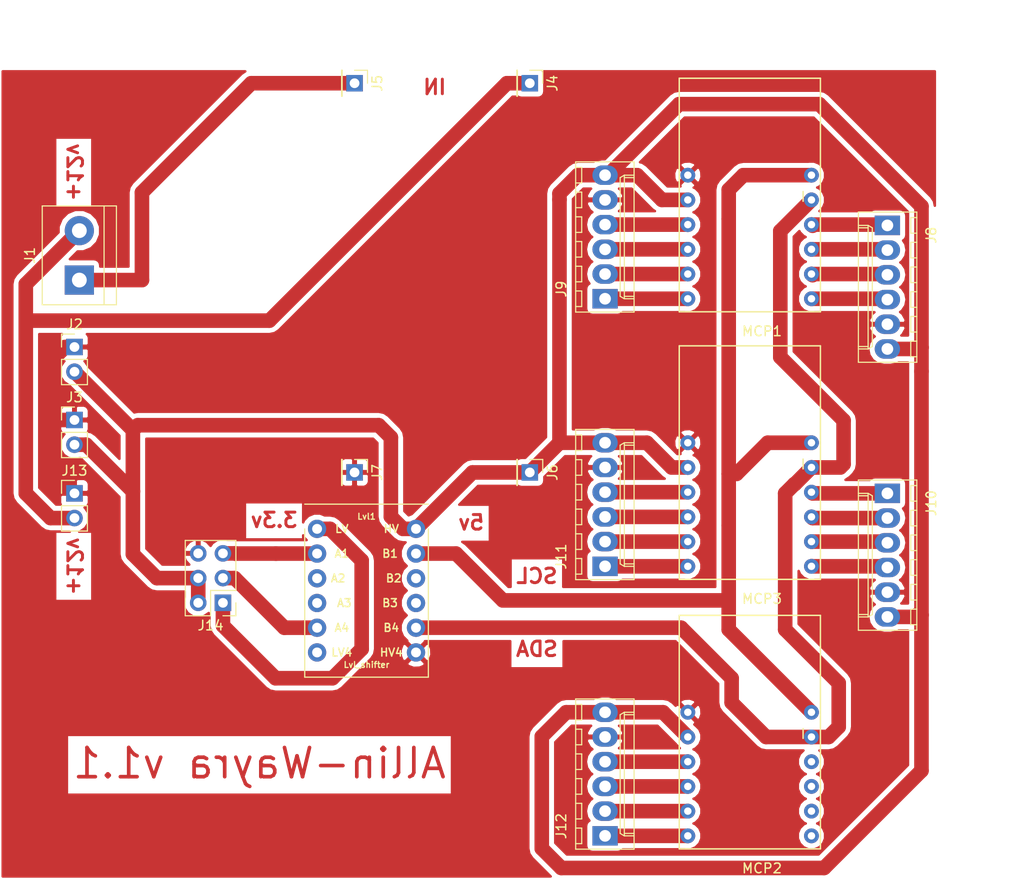
<source format=kicad_pcb>
(kicad_pcb (version 4) (host pcbnew 4.0.7-e2-6376~58~ubuntu16.04.1)

  (general
    (links 58)
    (no_connects 1)
    (area 35 8.3 143.85 98.115)
    (thickness 1.6)
    (drawings 31)
    (tracks 148)
    (zones 0)
    (modules 18)
    (nets 30)
  )

  (page A4)
  (layers
    (0 F.Cu signal)
    (31 B.Cu signal)
    (32 B.Adhes user)
    (33 F.Adhes user)
    (34 B.Paste user)
    (35 F.Paste user)
    (36 B.SilkS user)
    (37 F.SilkS user)
    (38 B.Mask user)
    (39 F.Mask user)
    (40 Dwgs.User user)
    (41 Cmts.User user)
    (42 Eco1.User user)
    (43 Eco2.User user)
    (44 Edge.Cuts user)
    (45 Margin user)
    (46 B.CrtYd user)
    (47 F.CrtYd user)
    (48 B.Fab user)
    (49 F.Fab user)
  )

  (setup
    (last_trace_width 1.5)
    (user_trace_width 0.5)
    (user_trace_width 1)
    (user_trace_width 1.25)
    (user_trace_width 1.5)
    (user_trace_width 2)
    (trace_clearance 0.2)
    (zone_clearance 0.508)
    (zone_45_only no)
    (trace_min 0.2)
    (segment_width 0.2)
    (edge_width 0.15)
    (via_size 0.6)
    (via_drill 0.4)
    (via_min_size 0.4)
    (via_min_drill 0.3)
    (uvia_size 0.3)
    (uvia_drill 0.1)
    (uvias_allowed no)
    (uvia_min_size 0.2)
    (uvia_min_drill 0.1)
    (pcb_text_width 0.3)
    (pcb_text_size 1.5 1.5)
    (mod_edge_width 0.15)
    (mod_text_size 1 1)
    (mod_text_width 0.15)
    (pad_size 1.524 1.524)
    (pad_drill 0.762)
    (pad_to_mask_clearance 0.2)
    (aux_axis_origin 0 0)
    (visible_elements FFFFFF7F)
    (pcbplotparams
      (layerselection 0x00030_80000001)
      (usegerberextensions false)
      (excludeedgelayer true)
      (linewidth 0.100000)
      (plotframeref false)
      (viasonmask false)
      (mode 1)
      (useauxorigin false)
      (hpglpennumber 1)
      (hpglpenspeed 20)
      (hpglpendiameter 15)
      (hpglpenoverlay 2)
      (psnegative false)
      (psa4output false)
      (plotreference true)
      (plotvalue true)
      (plotinvisibletext false)
      (padsonsilk false)
      (subtractmaskfromsilk false)
      (outputformat 4)
      (mirror false)
      (drillshape 1)
      (scaleselection 1)
      (outputdirectory ""))
  )

  (net 0 "")
  (net 1 "Net-(J1-Pad1)")
  (net 2 +12V)
  (net 3 GND)
  (net 4 +5V)
  (net 5 -C2_1)
  (net 6 +C2_1)
  (net 7 -C1_1)
  (net 8 +C1_1)
  (net 9 -C4_1)
  (net 10 +C4_1)
  (net 11 -C3_1)
  (net 12 +C3_1)
  (net 13 -C2_2)
  (net 14 +C2_2)
  (net 15 -C1_2)
  (net 16 +C1_2)
  (net 17 -C4_2)
  (net 18 +C4_2)
  (net 19 -C3_2)
  (net 20 +C3_2)
  (net 21 -C4_3)
  (net 22 +C4_3)
  (net 23 -C3_3)
  (net 24 +C3_3)
  (net 25 +3.3V)
  (net 26 SDA_RPI)
  (net 27 SCL_RPI)
  (net 28 SCL)
  (net 29 SDA)

  (net_class Default "This is the default net class."
    (clearance 0.2)
    (trace_width 0.25)
    (via_dia 0.6)
    (via_drill 0.4)
    (uvia_dia 0.3)
    (uvia_drill 0.1)
    (add_net +12V)
    (add_net +3.3V)
    (add_net +5V)
    (add_net +C1_1)
    (add_net +C1_2)
    (add_net +C2_1)
    (add_net +C2_2)
    (add_net +C3_1)
    (add_net +C3_2)
    (add_net +C3_3)
    (add_net +C4_1)
    (add_net +C4_2)
    (add_net +C4_3)
    (add_net -C1_1)
    (add_net -C1_2)
    (add_net -C2_1)
    (add_net -C2_2)
    (add_net -C3_1)
    (add_net -C3_2)
    (add_net -C3_3)
    (add_net -C4_1)
    (add_net -C4_2)
    (add_net -C4_3)
    (add_net GND)
    (add_net "Net-(J1-Pad1)")
    (add_net SCL)
    (add_net SCL_RPI)
    (add_net SDA)
    (add_net SDA_RPI)
  )

  (module logic_shifter:mcp3424 (layer F.Cu) (tedit 5AA93675) (tstamp 5AA94118)
    (at 113.12 83.54)
    (path /5A85903C)
    (fp_text reference MCP2 (at 0 13.5) (layer F.SilkS)
      (effects (font (size 1 1) (thickness 0.15)))
    )
    (fp_text value MCP3424_modificado (at 0 -11.5) (layer F.Fab)
      (effects (font (size 1 1) (thickness 0.15)))
    )
    (fp_line (start -8.5 11.5) (end -8.5 -12.5) (layer F.SilkS) (width 0.15))
    (fp_line (start 6 11.5) (end -8.5 11.5) (layer F.SilkS) (width 0.15))
    (fp_line (start 6 -12.5) (end 6 11.5) (layer F.SilkS) (width 0.15))
    (fp_line (start -8.5 -12.5) (end 6 -12.5) (layer F.SilkS) (width 0.15))
    (fp_line (start -6 -3.5) (end -6 -8.5) (layer F.Fab) (width 0.15))
    (fp_line (start -0.5 -3.5) (end -6 -3.5) (layer F.Fab) (width 0.15))
    (fp_line (start -0.5 -8.5) (end -0.5 -3.5) (layer F.Fab) (width 0.15))
    (fp_line (start -6 -8.5) (end -0.5 -8.5) (layer F.Fab) (width 0.15))
    (fp_line (start 4.22 -0.86) (end 4.22 0.14) (layer F.SilkS) (width 0.15))
    (pad 6 thru_hole circle (at -7.62 10.16) (size 1.524 1.524) (drill 0.762) (layers *.Cu *.Mask)
      (net 21 -C4_3))
    (pad 5 thru_hole circle (at -7.62 7.62) (size 1.524 1.524) (drill 0.762) (layers *.Cu *.Mask)
      (net 22 +C4_3))
    (pad 4 thru_hole circle (at -7.62 5.08) (size 1.524 1.524) (drill 0.762) (layers *.Cu *.Mask)
      (net 23 -C3_3))
    (pad 3 thru_hole circle (at -7.62 2.54) (size 1.524 1.524) (drill 0.762) (layers *.Cu *.Mask)
      (net 24 +C3_3))
    (pad 2 thru_hole circle (at -7.62 0) (size 1.524 1.524) (drill 0.762) (layers *.Cu *.Mask)
      (net 4 +5V))
    (pad 1 thru_hole circle (at -7.62 -2.54) (size 1.524 1.524) (drill 0.762) (layers *.Cu *.Mask)
      (net 3 GND))
    (pad 12 thru_hole circle (at 5.08 10.16) (size 1.524 1.524) (drill 0.762) (layers *.Cu *.Mask))
    (pad 11 thru_hole circle (at 5.08 7.62) (size 1.524 1.524) (drill 0.762) (layers *.Cu *.Mask))
    (pad 10 thru_hole circle (at 5.08 5.08) (size 1.524 1.524) (drill 0.762) (layers *.Cu *.Mask))
    (pad 9 thru_hole circle (at 5.08 2.54) (size 1.524 1.524) (drill 0.762) (layers *.Cu *.Mask))
    (pad 8 thru_hole circle (at 5.08 0) (size 1.524 1.524) (drill 0.762) (layers *.Cu *.Mask)
      (net 29 SDA))
    (pad 7 thru_hole circle (at 5.08 -2.54) (size 1.524 1.524) (drill 0.762) (layers *.Cu *.Mask)
      (net 28 SCL))
  )

  (module Connectors:bornier2 (layer F.Cu) (tedit 587FD522) (tstamp 5AA94064)
    (at 43 36.58 90)
    (descr "Bornier d'alimentation 2 pins")
    (tags DEV)
    (path /5A84EC3E)
    (fp_text reference J1 (at 2.54 -5.08 90) (layer F.SilkS)
      (effects (font (size 1 1) (thickness 0.15)))
    )
    (fp_text value Conn_01x02 (at 2.54 5.08 90) (layer F.Fab)
      (effects (font (size 1 1) (thickness 0.15)))
    )
    (fp_line (start -2.41 2.55) (end 7.49 2.55) (layer F.Fab) (width 0.1))
    (fp_line (start -2.46 -3.75) (end -2.46 3.75) (layer F.Fab) (width 0.1))
    (fp_line (start -2.46 3.75) (end 7.54 3.75) (layer F.Fab) (width 0.1))
    (fp_line (start 7.54 3.75) (end 7.54 -3.75) (layer F.Fab) (width 0.1))
    (fp_line (start 7.54 -3.75) (end -2.46 -3.75) (layer F.Fab) (width 0.1))
    (fp_line (start 7.62 2.54) (end -2.54 2.54) (layer F.SilkS) (width 0.12))
    (fp_line (start 7.62 3.81) (end 7.62 -3.81) (layer F.SilkS) (width 0.12))
    (fp_line (start 7.62 -3.81) (end -2.54 -3.81) (layer F.SilkS) (width 0.12))
    (fp_line (start -2.54 -3.81) (end -2.54 3.81) (layer F.SilkS) (width 0.12))
    (fp_line (start -2.54 3.81) (end 7.62 3.81) (layer F.SilkS) (width 0.12))
    (fp_line (start -2.71 -4) (end 7.79 -4) (layer F.CrtYd) (width 0.05))
    (fp_line (start -2.71 -4) (end -2.71 4) (layer F.CrtYd) (width 0.05))
    (fp_line (start 7.79 4) (end 7.79 -4) (layer F.CrtYd) (width 0.05))
    (fp_line (start 7.79 4) (end -2.71 4) (layer F.CrtYd) (width 0.05))
    (pad 1 thru_hole rect (at 0 0 90) (size 3 3) (drill 1.52) (layers *.Cu *.Mask)
      (net 1 "Net-(J1-Pad1)"))
    (pad 2 thru_hole circle (at 5.08 0 90) (size 3 3) (drill 1.52) (layers *.Cu *.Mask)
      (net 2 +12V))
    (model ${KISYS3DMOD}/Connectors.3dshapes/bornier2.wrl
      (at (xyz 0 0 0))
      (scale (xyz 1 1 1))
      (rotate (xyz 0 0 0))
    )
  )

  (module Pin_Headers:Pin_Header_Straight_1x01_Pitch2.54mm (layer F.Cu) (tedit 59650532) (tstamp 5AA94075)
    (at 89.26789 16.349426 270)
    (descr "Through hole straight pin header, 1x01, 2.54mm pitch, single row")
    (tags "Through hole pin header THT 1x01 2.54mm single row")
    (path /5A84EED7)
    (fp_text reference J4 (at 0 -2.33 270) (layer F.SilkS)
      (effects (font (size 1 1) (thickness 0.15)))
    )
    (fp_text value +12V (at 0 2.33 270) (layer F.Fab)
      (effects (font (size 1 1) (thickness 0.15)))
    )
    (fp_line (start -0.635 -1.27) (end 1.27 -1.27) (layer F.Fab) (width 0.1))
    (fp_line (start 1.27 -1.27) (end 1.27 1.27) (layer F.Fab) (width 0.1))
    (fp_line (start 1.27 1.27) (end -1.27 1.27) (layer F.Fab) (width 0.1))
    (fp_line (start -1.27 1.27) (end -1.27 -0.635) (layer F.Fab) (width 0.1))
    (fp_line (start -1.27 -0.635) (end -0.635 -1.27) (layer F.Fab) (width 0.1))
    (fp_line (start -1.33 1.33) (end 1.33 1.33) (layer F.SilkS) (width 0.12))
    (fp_line (start -1.33 1.27) (end -1.33 1.33) (layer F.SilkS) (width 0.12))
    (fp_line (start 1.33 1.27) (end 1.33 1.33) (layer F.SilkS) (width 0.12))
    (fp_line (start -1.33 1.27) (end 1.33 1.27) (layer F.SilkS) (width 0.12))
    (fp_line (start -1.33 0) (end -1.33 -1.33) (layer F.SilkS) (width 0.12))
    (fp_line (start -1.33 -1.33) (end 0 -1.33) (layer F.SilkS) (width 0.12))
    (fp_line (start -1.8 -1.8) (end -1.8 1.8) (layer F.CrtYd) (width 0.05))
    (fp_line (start -1.8 1.8) (end 1.8 1.8) (layer F.CrtYd) (width 0.05))
    (fp_line (start 1.8 1.8) (end 1.8 -1.8) (layer F.CrtYd) (width 0.05))
    (fp_line (start 1.8 -1.8) (end -1.8 -1.8) (layer F.CrtYd) (width 0.05))
    (fp_text user %R (at 0 0 360) (layer F.Fab)
      (effects (font (size 1 1) (thickness 0.15)))
    )
    (pad 1 thru_hole rect (at 0 0 270) (size 1.7 1.7) (drill 1) (layers *.Cu *.Mask)
      (net 2 +12V))
    (model ${KISYS3DMOD}/Pin_Headers.3dshapes/Pin_Header_Straight_1x01_Pitch2.54mm.wrl
      (at (xyz 0 0 0))
      (scale (xyz 1 1 1))
      (rotate (xyz 0 0 0))
    )
  )

  (module Pin_Headers:Pin_Header_Straight_1x01_Pitch2.54mm (layer F.Cu) (tedit 59650532) (tstamp 5AA9407A)
    (at 71.26789 16.349426 270)
    (descr "Through hole straight pin header, 1x01, 2.54mm pitch, single row")
    (tags "Through hole pin header THT 1x01 2.54mm single row")
    (path /5A84EF18)
    (fp_text reference J5 (at 0 -2.33 270) (layer F.SilkS)
      (effects (font (size 1 1) (thickness 0.15)))
    )
    (fp_text value Gnd (at 0 2.33 270) (layer F.Fab)
      (effects (font (size 1 1) (thickness 0.15)))
    )
    (fp_line (start -0.635 -1.27) (end 1.27 -1.27) (layer F.Fab) (width 0.1))
    (fp_line (start 1.27 -1.27) (end 1.27 1.27) (layer F.Fab) (width 0.1))
    (fp_line (start 1.27 1.27) (end -1.27 1.27) (layer F.Fab) (width 0.1))
    (fp_line (start -1.27 1.27) (end -1.27 -0.635) (layer F.Fab) (width 0.1))
    (fp_line (start -1.27 -0.635) (end -0.635 -1.27) (layer F.Fab) (width 0.1))
    (fp_line (start -1.33 1.33) (end 1.33 1.33) (layer F.SilkS) (width 0.12))
    (fp_line (start -1.33 1.27) (end -1.33 1.33) (layer F.SilkS) (width 0.12))
    (fp_line (start 1.33 1.27) (end 1.33 1.33) (layer F.SilkS) (width 0.12))
    (fp_line (start -1.33 1.27) (end 1.33 1.27) (layer F.SilkS) (width 0.12))
    (fp_line (start -1.33 0) (end -1.33 -1.33) (layer F.SilkS) (width 0.12))
    (fp_line (start -1.33 -1.33) (end 0 -1.33) (layer F.SilkS) (width 0.12))
    (fp_line (start -1.8 -1.8) (end -1.8 1.8) (layer F.CrtYd) (width 0.05))
    (fp_line (start -1.8 1.8) (end 1.8 1.8) (layer F.CrtYd) (width 0.05))
    (fp_line (start 1.8 1.8) (end 1.8 -1.8) (layer F.CrtYd) (width 0.05))
    (fp_line (start 1.8 -1.8) (end -1.8 -1.8) (layer F.CrtYd) (width 0.05))
    (fp_text user %R (at 0 0 360) (layer F.Fab)
      (effects (font (size 1 1) (thickness 0.15)))
    )
    (pad 1 thru_hole rect (at 0 0 270) (size 1.7 1.7) (drill 1) (layers *.Cu *.Mask)
      (net 1 "Net-(J1-Pad1)"))
    (model ${KISYS3DMOD}/Pin_Headers.3dshapes/Pin_Header_Straight_1x01_Pitch2.54mm.wrl
      (at (xyz 0 0 0))
      (scale (xyz 1 1 1))
      (rotate (xyz 0 0 0))
    )
  )

  (module Pin_Headers:Pin_Header_Straight_1x01_Pitch2.54mm (layer F.Cu) (tedit 59650532) (tstamp 5AA9407F)
    (at 89.26789 56.349426 270)
    (descr "Through hole straight pin header, 1x01, 2.54mm pitch, single row")
    (tags "Through hole pin header THT 1x01 2.54mm single row")
    (path /5A84F157)
    (fp_text reference J6 (at 0 -2.33 270) (layer F.SilkS)
      (effects (font (size 1 1) (thickness 0.15)))
    )
    (fp_text value +5V (at 0 2.33 270) (layer F.Fab)
      (effects (font (size 1 1) (thickness 0.15)))
    )
    (fp_line (start -0.635 -1.27) (end 1.27 -1.27) (layer F.Fab) (width 0.1))
    (fp_line (start 1.27 -1.27) (end 1.27 1.27) (layer F.Fab) (width 0.1))
    (fp_line (start 1.27 1.27) (end -1.27 1.27) (layer F.Fab) (width 0.1))
    (fp_line (start -1.27 1.27) (end -1.27 -0.635) (layer F.Fab) (width 0.1))
    (fp_line (start -1.27 -0.635) (end -0.635 -1.27) (layer F.Fab) (width 0.1))
    (fp_line (start -1.33 1.33) (end 1.33 1.33) (layer F.SilkS) (width 0.12))
    (fp_line (start -1.33 1.27) (end -1.33 1.33) (layer F.SilkS) (width 0.12))
    (fp_line (start 1.33 1.27) (end 1.33 1.33) (layer F.SilkS) (width 0.12))
    (fp_line (start -1.33 1.27) (end 1.33 1.27) (layer F.SilkS) (width 0.12))
    (fp_line (start -1.33 0) (end -1.33 -1.33) (layer F.SilkS) (width 0.12))
    (fp_line (start -1.33 -1.33) (end 0 -1.33) (layer F.SilkS) (width 0.12))
    (fp_line (start -1.8 -1.8) (end -1.8 1.8) (layer F.CrtYd) (width 0.05))
    (fp_line (start -1.8 1.8) (end 1.8 1.8) (layer F.CrtYd) (width 0.05))
    (fp_line (start 1.8 1.8) (end 1.8 -1.8) (layer F.CrtYd) (width 0.05))
    (fp_line (start 1.8 -1.8) (end -1.8 -1.8) (layer F.CrtYd) (width 0.05))
    (fp_text user %R (at 0 0 360) (layer F.Fab)
      (effects (font (size 1 1) (thickness 0.15)))
    )
    (pad 1 thru_hole rect (at 0 0 270) (size 1.7 1.7) (drill 1) (layers *.Cu *.Mask)
      (net 4 +5V))
    (model ${KISYS3DMOD}/Pin_Headers.3dshapes/Pin_Header_Straight_1x01_Pitch2.54mm.wrl
      (at (xyz 0 0 0))
      (scale (xyz 1 1 1))
      (rotate (xyz 0 0 0))
    )
  )

  (module Pin_Headers:Pin_Header_Straight_1x01_Pitch2.54mm (layer F.Cu) (tedit 59650532) (tstamp 5AA94084)
    (at 71.26789 56.349426 270)
    (descr "Through hole straight pin header, 1x01, 2.54mm pitch, single row")
    (tags "Through hole pin header THT 1x01 2.54mm single row")
    (path /5A84F15D)
    (fp_text reference J7 (at 0 -2.33 270) (layer F.SilkS)
      (effects (font (size 1 1) (thickness 0.15)))
    )
    (fp_text value Gnd (at 0 2.33 270) (layer F.Fab)
      (effects (font (size 1 1) (thickness 0.15)))
    )
    (fp_line (start -0.635 -1.27) (end 1.27 -1.27) (layer F.Fab) (width 0.1))
    (fp_line (start 1.27 -1.27) (end 1.27 1.27) (layer F.Fab) (width 0.1))
    (fp_line (start 1.27 1.27) (end -1.27 1.27) (layer F.Fab) (width 0.1))
    (fp_line (start -1.27 1.27) (end -1.27 -0.635) (layer F.Fab) (width 0.1))
    (fp_line (start -1.27 -0.635) (end -0.635 -1.27) (layer F.Fab) (width 0.1))
    (fp_line (start -1.33 1.33) (end 1.33 1.33) (layer F.SilkS) (width 0.12))
    (fp_line (start -1.33 1.27) (end -1.33 1.33) (layer F.SilkS) (width 0.12))
    (fp_line (start 1.33 1.27) (end 1.33 1.33) (layer F.SilkS) (width 0.12))
    (fp_line (start -1.33 1.27) (end 1.33 1.27) (layer F.SilkS) (width 0.12))
    (fp_line (start -1.33 0) (end -1.33 -1.33) (layer F.SilkS) (width 0.12))
    (fp_line (start -1.33 -1.33) (end 0 -1.33) (layer F.SilkS) (width 0.12))
    (fp_line (start -1.8 -1.8) (end -1.8 1.8) (layer F.CrtYd) (width 0.05))
    (fp_line (start -1.8 1.8) (end 1.8 1.8) (layer F.CrtYd) (width 0.05))
    (fp_line (start 1.8 1.8) (end 1.8 -1.8) (layer F.CrtYd) (width 0.05))
    (fp_line (start 1.8 -1.8) (end -1.8 -1.8) (layer F.CrtYd) (width 0.05))
    (fp_text user %R (at 0 0 360) (layer F.Fab)
      (effects (font (size 1 1) (thickness 0.15)))
    )
    (pad 1 thru_hole rect (at 0 0 270) (size 1.7 1.7) (drill 1) (layers *.Cu *.Mask)
      (net 3 GND))
    (model ${KISYS3DMOD}/Pin_Headers.3dshapes/Pin_Header_Straight_1x01_Pitch2.54mm.wrl
      (at (xyz 0 0 0))
      (scale (xyz 1 1 1))
      (rotate (xyz 0 0 0))
    )
  )

  (module Connectors_Molex:Molex_KK-6410-06_06x2.54mm_Straight (layer F.Cu) (tedit 58EE6EEB) (tstamp 5AA9408E)
    (at 126 30.96 270)
    (descr "Connector Headers with Friction Lock, 22-27-2061, http://www.molex.com/pdm_docs/sd/022272021_sd.pdf")
    (tags "connector molex kk_6410 22-27-2061")
    (path /5A84FA76)
    (fp_text reference J8 (at 1 -4.5 270) (layer F.SilkS)
      (effects (font (size 1 1) (thickness 0.15)))
    )
    (fp_text value sensor_1 (at 6.35 4.5 270) (layer F.Fab)
      (effects (font (size 1 1) (thickness 0.15)))
    )
    (fp_line (start -1.47 -3.12) (end -1.47 3.08) (layer F.Fab) (width 0.12))
    (fp_line (start -1.47 3.08) (end 14.17 3.08) (layer F.Fab) (width 0.12))
    (fp_line (start 14.17 3.08) (end 14.17 -3.12) (layer F.Fab) (width 0.12))
    (fp_line (start 14.17 -3.12) (end -1.47 -3.12) (layer F.Fab) (width 0.12))
    (fp_line (start -1.37 -3.02) (end -1.37 2.98) (layer F.SilkS) (width 0.12))
    (fp_line (start -1.37 2.98) (end 14.07 2.98) (layer F.SilkS) (width 0.12))
    (fp_line (start 14.07 2.98) (end 14.07 -3.02) (layer F.SilkS) (width 0.12))
    (fp_line (start 14.07 -3.02) (end -1.37 -3.02) (layer F.SilkS) (width 0.12))
    (fp_line (start 0 2.98) (end 0 1.98) (layer F.SilkS) (width 0.12))
    (fp_line (start 0 1.98) (end 12.7 1.98) (layer F.SilkS) (width 0.12))
    (fp_line (start 12.7 1.98) (end 12.7 2.98) (layer F.SilkS) (width 0.12))
    (fp_line (start 0 1.98) (end 0.25 1.55) (layer F.SilkS) (width 0.12))
    (fp_line (start 0.25 1.55) (end 12.45 1.55) (layer F.SilkS) (width 0.12))
    (fp_line (start 12.45 1.55) (end 12.7 1.98) (layer F.SilkS) (width 0.12))
    (fp_line (start 0.25 2.98) (end 0.25 1.98) (layer F.SilkS) (width 0.12))
    (fp_line (start 12.45 2.98) (end 12.45 1.98) (layer F.SilkS) (width 0.12))
    (fp_line (start -0.8 -3.02) (end -0.8 -2.4) (layer F.SilkS) (width 0.12))
    (fp_line (start -0.8 -2.4) (end 0.8 -2.4) (layer F.SilkS) (width 0.12))
    (fp_line (start 0.8 -2.4) (end 0.8 -3.02) (layer F.SilkS) (width 0.12))
    (fp_line (start 1.74 -3.02) (end 1.74 -2.4) (layer F.SilkS) (width 0.12))
    (fp_line (start 1.74 -2.4) (end 3.34 -2.4) (layer F.SilkS) (width 0.12))
    (fp_line (start 3.34 -2.4) (end 3.34 -3.02) (layer F.SilkS) (width 0.12))
    (fp_line (start 4.28 -3.02) (end 4.28 -2.4) (layer F.SilkS) (width 0.12))
    (fp_line (start 4.28 -2.4) (end 5.88 -2.4) (layer F.SilkS) (width 0.12))
    (fp_line (start 5.88 -2.4) (end 5.88 -3.02) (layer F.SilkS) (width 0.12))
    (fp_line (start 6.82 -3.02) (end 6.82 -2.4) (layer F.SilkS) (width 0.12))
    (fp_line (start 6.82 -2.4) (end 8.42 -2.4) (layer F.SilkS) (width 0.12))
    (fp_line (start 8.42 -2.4) (end 8.42 -3.02) (layer F.SilkS) (width 0.12))
    (fp_line (start 9.36 -3.02) (end 9.36 -2.4) (layer F.SilkS) (width 0.12))
    (fp_line (start 9.36 -2.4) (end 10.96 -2.4) (layer F.SilkS) (width 0.12))
    (fp_line (start 10.96 -2.4) (end 10.96 -3.02) (layer F.SilkS) (width 0.12))
    (fp_line (start 11.9 -3.02) (end 11.9 -2.4) (layer F.SilkS) (width 0.12))
    (fp_line (start 11.9 -2.4) (end 13.5 -2.4) (layer F.SilkS) (width 0.12))
    (fp_line (start 13.5 -2.4) (end 13.5 -3.02) (layer F.SilkS) (width 0.12))
    (fp_line (start -1.9 3.5) (end -1.9 -3.55) (layer F.CrtYd) (width 0.05))
    (fp_line (start -1.9 -3.55) (end 14.6 -3.55) (layer F.CrtYd) (width 0.05))
    (fp_line (start 14.6 -3.55) (end 14.6 3.5) (layer F.CrtYd) (width 0.05))
    (fp_line (start 14.6 3.5) (end -1.9 3.5) (layer F.CrtYd) (width 0.05))
    (fp_text user %R (at 6.35 0 270) (layer F.Fab)
      (effects (font (size 1 1) (thickness 0.15)))
    )
    (pad 1 thru_hole rect (at 0 0 270) (size 2 2.6) (drill 1.2) (layers *.Cu *.Mask)
      (net 5 -C2_1))
    (pad 2 thru_hole oval (at 2.54 0 270) (size 2 2.6) (drill 1.2) (layers *.Cu *.Mask)
      (net 6 +C2_1))
    (pad 3 thru_hole oval (at 5.08 0 270) (size 2 2.6) (drill 1.2) (layers *.Cu *.Mask)
      (net 7 -C1_1))
    (pad 4 thru_hole oval (at 7.62 0 270) (size 2 2.6) (drill 1.2) (layers *.Cu *.Mask)
      (net 8 +C1_1))
    (pad 5 thru_hole oval (at 10.16 0 270) (size 2 2.6) (drill 1.2) (layers *.Cu *.Mask)
      (net 3 GND))
    (pad 6 thru_hole oval (at 12.7 0 270) (size 2 2.6) (drill 1.2) (layers *.Cu *.Mask)
      (net 4 +5V))
    (model ${KISYS3DMOD}/Connectors_Molex.3dshapes/Molex_KK-6410-06_06x2.54mm_Straight.wrl
      (at (xyz 0 0 0))
      (scale (xyz 1 1 1))
      (rotate (xyz 0 0 0))
    )
  )

  (module Connectors_Molex:Molex_KK-6410-06_06x2.54mm_Straight (layer F.Cu) (tedit 58EE6EEB) (tstamp 5AA94098)
    (at 97 38.5 90)
    (descr "Connector Headers with Friction Lock, 22-27-2061, http://www.molex.com/pdm_docs/sd/022272021_sd.pdf")
    (tags "connector molex kk_6410 22-27-2061")
    (path /5A850A6C)
    (fp_text reference J9 (at 1 -4.5 90) (layer F.SilkS)
      (effects (font (size 1 1) (thickness 0.15)))
    )
    (fp_text value sensor_2 (at 6.35 4.5 90) (layer F.Fab)
      (effects (font (size 1 1) (thickness 0.15)))
    )
    (fp_line (start -1.47 -3.12) (end -1.47 3.08) (layer F.Fab) (width 0.12))
    (fp_line (start -1.47 3.08) (end 14.17 3.08) (layer F.Fab) (width 0.12))
    (fp_line (start 14.17 3.08) (end 14.17 -3.12) (layer F.Fab) (width 0.12))
    (fp_line (start 14.17 -3.12) (end -1.47 -3.12) (layer F.Fab) (width 0.12))
    (fp_line (start -1.37 -3.02) (end -1.37 2.98) (layer F.SilkS) (width 0.12))
    (fp_line (start -1.37 2.98) (end 14.07 2.98) (layer F.SilkS) (width 0.12))
    (fp_line (start 14.07 2.98) (end 14.07 -3.02) (layer F.SilkS) (width 0.12))
    (fp_line (start 14.07 -3.02) (end -1.37 -3.02) (layer F.SilkS) (width 0.12))
    (fp_line (start 0 2.98) (end 0 1.98) (layer F.SilkS) (width 0.12))
    (fp_line (start 0 1.98) (end 12.7 1.98) (layer F.SilkS) (width 0.12))
    (fp_line (start 12.7 1.98) (end 12.7 2.98) (layer F.SilkS) (width 0.12))
    (fp_line (start 0 1.98) (end 0.25 1.55) (layer F.SilkS) (width 0.12))
    (fp_line (start 0.25 1.55) (end 12.45 1.55) (layer F.SilkS) (width 0.12))
    (fp_line (start 12.45 1.55) (end 12.7 1.98) (layer F.SilkS) (width 0.12))
    (fp_line (start 0.25 2.98) (end 0.25 1.98) (layer F.SilkS) (width 0.12))
    (fp_line (start 12.45 2.98) (end 12.45 1.98) (layer F.SilkS) (width 0.12))
    (fp_line (start -0.8 -3.02) (end -0.8 -2.4) (layer F.SilkS) (width 0.12))
    (fp_line (start -0.8 -2.4) (end 0.8 -2.4) (layer F.SilkS) (width 0.12))
    (fp_line (start 0.8 -2.4) (end 0.8 -3.02) (layer F.SilkS) (width 0.12))
    (fp_line (start 1.74 -3.02) (end 1.74 -2.4) (layer F.SilkS) (width 0.12))
    (fp_line (start 1.74 -2.4) (end 3.34 -2.4) (layer F.SilkS) (width 0.12))
    (fp_line (start 3.34 -2.4) (end 3.34 -3.02) (layer F.SilkS) (width 0.12))
    (fp_line (start 4.28 -3.02) (end 4.28 -2.4) (layer F.SilkS) (width 0.12))
    (fp_line (start 4.28 -2.4) (end 5.88 -2.4) (layer F.SilkS) (width 0.12))
    (fp_line (start 5.88 -2.4) (end 5.88 -3.02) (layer F.SilkS) (width 0.12))
    (fp_line (start 6.82 -3.02) (end 6.82 -2.4) (layer F.SilkS) (width 0.12))
    (fp_line (start 6.82 -2.4) (end 8.42 -2.4) (layer F.SilkS) (width 0.12))
    (fp_line (start 8.42 -2.4) (end 8.42 -3.02) (layer F.SilkS) (width 0.12))
    (fp_line (start 9.36 -3.02) (end 9.36 -2.4) (layer F.SilkS) (width 0.12))
    (fp_line (start 9.36 -2.4) (end 10.96 -2.4) (layer F.SilkS) (width 0.12))
    (fp_line (start 10.96 -2.4) (end 10.96 -3.02) (layer F.SilkS) (width 0.12))
    (fp_line (start 11.9 -3.02) (end 11.9 -2.4) (layer F.SilkS) (width 0.12))
    (fp_line (start 11.9 -2.4) (end 13.5 -2.4) (layer F.SilkS) (width 0.12))
    (fp_line (start 13.5 -2.4) (end 13.5 -3.02) (layer F.SilkS) (width 0.12))
    (fp_line (start -1.9 3.5) (end -1.9 -3.55) (layer F.CrtYd) (width 0.05))
    (fp_line (start -1.9 -3.55) (end 14.6 -3.55) (layer F.CrtYd) (width 0.05))
    (fp_line (start 14.6 -3.55) (end 14.6 3.5) (layer F.CrtYd) (width 0.05))
    (fp_line (start 14.6 3.5) (end -1.9 3.5) (layer F.CrtYd) (width 0.05))
    (fp_text user %R (at 6.35 0 90) (layer F.Fab)
      (effects (font (size 1 1) (thickness 0.15)))
    )
    (pad 1 thru_hole rect (at 0 0 90) (size 2 2.6) (drill 1.2) (layers *.Cu *.Mask)
      (net 9 -C4_1))
    (pad 2 thru_hole oval (at 2.54 0 90) (size 2 2.6) (drill 1.2) (layers *.Cu *.Mask)
      (net 10 +C4_1))
    (pad 3 thru_hole oval (at 5.08 0 90) (size 2 2.6) (drill 1.2) (layers *.Cu *.Mask)
      (net 11 -C3_1))
    (pad 4 thru_hole oval (at 7.62 0 90) (size 2 2.6) (drill 1.2) (layers *.Cu *.Mask)
      (net 12 +C3_1))
    (pad 5 thru_hole oval (at 10.16 0 90) (size 2 2.6) (drill 1.2) (layers *.Cu *.Mask)
      (net 3 GND))
    (pad 6 thru_hole oval (at 12.7 0 90) (size 2 2.6) (drill 1.2) (layers *.Cu *.Mask)
      (net 4 +5V))
    (model ${KISYS3DMOD}/Connectors_Molex.3dshapes/Molex_KK-6410-06_06x2.54mm_Straight.wrl
      (at (xyz 0 0 0))
      (scale (xyz 1 1 1))
      (rotate (xyz 0 0 0))
    )
  )

  (module Connectors_Molex:Molex_KK-6410-06_06x2.54mm_Straight (layer F.Cu) (tedit 58EE6EEB) (tstamp 5AA940A2)
    (at 126 58.5 270)
    (descr "Connector Headers with Friction Lock, 22-27-2061, http://www.molex.com/pdm_docs/sd/022272021_sd.pdf")
    (tags "connector molex kk_6410 22-27-2061")
    (path /5A851131)
    (fp_text reference J10 (at 1 -4.5 270) (layer F.SilkS)
      (effects (font (size 1 1) (thickness 0.15)))
    )
    (fp_text value sensor_3 (at 6.35 4.5 270) (layer F.Fab)
      (effects (font (size 1 1) (thickness 0.15)))
    )
    (fp_line (start -1.47 -3.12) (end -1.47 3.08) (layer F.Fab) (width 0.12))
    (fp_line (start -1.47 3.08) (end 14.17 3.08) (layer F.Fab) (width 0.12))
    (fp_line (start 14.17 3.08) (end 14.17 -3.12) (layer F.Fab) (width 0.12))
    (fp_line (start 14.17 -3.12) (end -1.47 -3.12) (layer F.Fab) (width 0.12))
    (fp_line (start -1.37 -3.02) (end -1.37 2.98) (layer F.SilkS) (width 0.12))
    (fp_line (start -1.37 2.98) (end 14.07 2.98) (layer F.SilkS) (width 0.12))
    (fp_line (start 14.07 2.98) (end 14.07 -3.02) (layer F.SilkS) (width 0.12))
    (fp_line (start 14.07 -3.02) (end -1.37 -3.02) (layer F.SilkS) (width 0.12))
    (fp_line (start 0 2.98) (end 0 1.98) (layer F.SilkS) (width 0.12))
    (fp_line (start 0 1.98) (end 12.7 1.98) (layer F.SilkS) (width 0.12))
    (fp_line (start 12.7 1.98) (end 12.7 2.98) (layer F.SilkS) (width 0.12))
    (fp_line (start 0 1.98) (end 0.25 1.55) (layer F.SilkS) (width 0.12))
    (fp_line (start 0.25 1.55) (end 12.45 1.55) (layer F.SilkS) (width 0.12))
    (fp_line (start 12.45 1.55) (end 12.7 1.98) (layer F.SilkS) (width 0.12))
    (fp_line (start 0.25 2.98) (end 0.25 1.98) (layer F.SilkS) (width 0.12))
    (fp_line (start 12.45 2.98) (end 12.45 1.98) (layer F.SilkS) (width 0.12))
    (fp_line (start -0.8 -3.02) (end -0.8 -2.4) (layer F.SilkS) (width 0.12))
    (fp_line (start -0.8 -2.4) (end 0.8 -2.4) (layer F.SilkS) (width 0.12))
    (fp_line (start 0.8 -2.4) (end 0.8 -3.02) (layer F.SilkS) (width 0.12))
    (fp_line (start 1.74 -3.02) (end 1.74 -2.4) (layer F.SilkS) (width 0.12))
    (fp_line (start 1.74 -2.4) (end 3.34 -2.4) (layer F.SilkS) (width 0.12))
    (fp_line (start 3.34 -2.4) (end 3.34 -3.02) (layer F.SilkS) (width 0.12))
    (fp_line (start 4.28 -3.02) (end 4.28 -2.4) (layer F.SilkS) (width 0.12))
    (fp_line (start 4.28 -2.4) (end 5.88 -2.4) (layer F.SilkS) (width 0.12))
    (fp_line (start 5.88 -2.4) (end 5.88 -3.02) (layer F.SilkS) (width 0.12))
    (fp_line (start 6.82 -3.02) (end 6.82 -2.4) (layer F.SilkS) (width 0.12))
    (fp_line (start 6.82 -2.4) (end 8.42 -2.4) (layer F.SilkS) (width 0.12))
    (fp_line (start 8.42 -2.4) (end 8.42 -3.02) (layer F.SilkS) (width 0.12))
    (fp_line (start 9.36 -3.02) (end 9.36 -2.4) (layer F.SilkS) (width 0.12))
    (fp_line (start 9.36 -2.4) (end 10.96 -2.4) (layer F.SilkS) (width 0.12))
    (fp_line (start 10.96 -2.4) (end 10.96 -3.02) (layer F.SilkS) (width 0.12))
    (fp_line (start 11.9 -3.02) (end 11.9 -2.4) (layer F.SilkS) (width 0.12))
    (fp_line (start 11.9 -2.4) (end 13.5 -2.4) (layer F.SilkS) (width 0.12))
    (fp_line (start 13.5 -2.4) (end 13.5 -3.02) (layer F.SilkS) (width 0.12))
    (fp_line (start -1.9 3.5) (end -1.9 -3.55) (layer F.CrtYd) (width 0.05))
    (fp_line (start -1.9 -3.55) (end 14.6 -3.55) (layer F.CrtYd) (width 0.05))
    (fp_line (start 14.6 -3.55) (end 14.6 3.5) (layer F.CrtYd) (width 0.05))
    (fp_line (start 14.6 3.5) (end -1.9 3.5) (layer F.CrtYd) (width 0.05))
    (fp_text user %R (at 6.35 0 270) (layer F.Fab)
      (effects (font (size 1 1) (thickness 0.15)))
    )
    (pad 1 thru_hole rect (at 0 0 270) (size 2 2.6) (drill 1.2) (layers *.Cu *.Mask)
      (net 13 -C2_2))
    (pad 2 thru_hole oval (at 2.54 0 270) (size 2 2.6) (drill 1.2) (layers *.Cu *.Mask)
      (net 14 +C2_2))
    (pad 3 thru_hole oval (at 5.08 0 270) (size 2 2.6) (drill 1.2) (layers *.Cu *.Mask)
      (net 15 -C1_2))
    (pad 4 thru_hole oval (at 7.62 0 270) (size 2 2.6) (drill 1.2) (layers *.Cu *.Mask)
      (net 16 +C1_2))
    (pad 5 thru_hole oval (at 10.16 0 270) (size 2 2.6) (drill 1.2) (layers *.Cu *.Mask)
      (net 3 GND))
    (pad 6 thru_hole oval (at 12.7 0 270) (size 2 2.6) (drill 1.2) (layers *.Cu *.Mask)
      (net 4 +5V))
    (model ${KISYS3DMOD}/Connectors_Molex.3dshapes/Molex_KK-6410-06_06x2.54mm_Straight.wrl
      (at (xyz 0 0 0))
      (scale (xyz 1 1 1))
      (rotate (xyz 0 0 0))
    )
  )

  (module Connectors_Molex:Molex_KK-6410-06_06x2.54mm_Straight (layer F.Cu) (tedit 58EE6EEB) (tstamp 5AA940AC)
    (at 97 66 90)
    (descr "Connector Headers with Friction Lock, 22-27-2061, http://www.molex.com/pdm_docs/sd/022272021_sd.pdf")
    (tags "connector molex kk_6410 22-27-2061")
    (path /5A85114C)
    (fp_text reference J11 (at 1 -4.5 90) (layer F.SilkS)
      (effects (font (size 1 1) (thickness 0.15)))
    )
    (fp_text value sensor_4 (at 6.35 4.5 90) (layer F.Fab)
      (effects (font (size 1 1) (thickness 0.15)))
    )
    (fp_line (start -1.47 -3.12) (end -1.47 3.08) (layer F.Fab) (width 0.12))
    (fp_line (start -1.47 3.08) (end 14.17 3.08) (layer F.Fab) (width 0.12))
    (fp_line (start 14.17 3.08) (end 14.17 -3.12) (layer F.Fab) (width 0.12))
    (fp_line (start 14.17 -3.12) (end -1.47 -3.12) (layer F.Fab) (width 0.12))
    (fp_line (start -1.37 -3.02) (end -1.37 2.98) (layer F.SilkS) (width 0.12))
    (fp_line (start -1.37 2.98) (end 14.07 2.98) (layer F.SilkS) (width 0.12))
    (fp_line (start 14.07 2.98) (end 14.07 -3.02) (layer F.SilkS) (width 0.12))
    (fp_line (start 14.07 -3.02) (end -1.37 -3.02) (layer F.SilkS) (width 0.12))
    (fp_line (start 0 2.98) (end 0 1.98) (layer F.SilkS) (width 0.12))
    (fp_line (start 0 1.98) (end 12.7 1.98) (layer F.SilkS) (width 0.12))
    (fp_line (start 12.7 1.98) (end 12.7 2.98) (layer F.SilkS) (width 0.12))
    (fp_line (start 0 1.98) (end 0.25 1.55) (layer F.SilkS) (width 0.12))
    (fp_line (start 0.25 1.55) (end 12.45 1.55) (layer F.SilkS) (width 0.12))
    (fp_line (start 12.45 1.55) (end 12.7 1.98) (layer F.SilkS) (width 0.12))
    (fp_line (start 0.25 2.98) (end 0.25 1.98) (layer F.SilkS) (width 0.12))
    (fp_line (start 12.45 2.98) (end 12.45 1.98) (layer F.SilkS) (width 0.12))
    (fp_line (start -0.8 -3.02) (end -0.8 -2.4) (layer F.SilkS) (width 0.12))
    (fp_line (start -0.8 -2.4) (end 0.8 -2.4) (layer F.SilkS) (width 0.12))
    (fp_line (start 0.8 -2.4) (end 0.8 -3.02) (layer F.SilkS) (width 0.12))
    (fp_line (start 1.74 -3.02) (end 1.74 -2.4) (layer F.SilkS) (width 0.12))
    (fp_line (start 1.74 -2.4) (end 3.34 -2.4) (layer F.SilkS) (width 0.12))
    (fp_line (start 3.34 -2.4) (end 3.34 -3.02) (layer F.SilkS) (width 0.12))
    (fp_line (start 4.28 -3.02) (end 4.28 -2.4) (layer F.SilkS) (width 0.12))
    (fp_line (start 4.28 -2.4) (end 5.88 -2.4) (layer F.SilkS) (width 0.12))
    (fp_line (start 5.88 -2.4) (end 5.88 -3.02) (layer F.SilkS) (width 0.12))
    (fp_line (start 6.82 -3.02) (end 6.82 -2.4) (layer F.SilkS) (width 0.12))
    (fp_line (start 6.82 -2.4) (end 8.42 -2.4) (layer F.SilkS) (width 0.12))
    (fp_line (start 8.42 -2.4) (end 8.42 -3.02) (layer F.SilkS) (width 0.12))
    (fp_line (start 9.36 -3.02) (end 9.36 -2.4) (layer F.SilkS) (width 0.12))
    (fp_line (start 9.36 -2.4) (end 10.96 -2.4) (layer F.SilkS) (width 0.12))
    (fp_line (start 10.96 -2.4) (end 10.96 -3.02) (layer F.SilkS) (width 0.12))
    (fp_line (start 11.9 -3.02) (end 11.9 -2.4) (layer F.SilkS) (width 0.12))
    (fp_line (start 11.9 -2.4) (end 13.5 -2.4) (layer F.SilkS) (width 0.12))
    (fp_line (start 13.5 -2.4) (end 13.5 -3.02) (layer F.SilkS) (width 0.12))
    (fp_line (start -1.9 3.5) (end -1.9 -3.55) (layer F.CrtYd) (width 0.05))
    (fp_line (start -1.9 -3.55) (end 14.6 -3.55) (layer F.CrtYd) (width 0.05))
    (fp_line (start 14.6 -3.55) (end 14.6 3.5) (layer F.CrtYd) (width 0.05))
    (fp_line (start 14.6 3.5) (end -1.9 3.5) (layer F.CrtYd) (width 0.05))
    (fp_text user %R (at 6.35 0 90) (layer F.Fab)
      (effects (font (size 1 1) (thickness 0.15)))
    )
    (pad 1 thru_hole rect (at 0 0 90) (size 2 2.6) (drill 1.2) (layers *.Cu *.Mask)
      (net 17 -C4_2))
    (pad 2 thru_hole oval (at 2.54 0 90) (size 2 2.6) (drill 1.2) (layers *.Cu *.Mask)
      (net 18 +C4_2))
    (pad 3 thru_hole oval (at 5.08 0 90) (size 2 2.6) (drill 1.2) (layers *.Cu *.Mask)
      (net 19 -C3_2))
    (pad 4 thru_hole oval (at 7.62 0 90) (size 2 2.6) (drill 1.2) (layers *.Cu *.Mask)
      (net 20 +C3_2))
    (pad 5 thru_hole oval (at 10.16 0 90) (size 2 2.6) (drill 1.2) (layers *.Cu *.Mask)
      (net 3 GND))
    (pad 6 thru_hole oval (at 12.7 0 90) (size 2 2.6) (drill 1.2) (layers *.Cu *.Mask)
      (net 4 +5V))
    (model ${KISYS3DMOD}/Connectors_Molex.3dshapes/Molex_KK-6410-06_06x2.54mm_Straight.wrl
      (at (xyz 0 0 0))
      (scale (xyz 1 1 1))
      (rotate (xyz 0 0 0))
    )
  )

  (module Connectors_Molex:Molex_KK-6410-06_06x2.54mm_Straight (layer F.Cu) (tedit 58EE6EEB) (tstamp 5AA940B6)
    (at 97 93.7 90)
    (descr "Connector Headers with Friction Lock, 22-27-2061, http://www.molex.com/pdm_docs/sd/022272021_sd.pdf")
    (tags "connector molex kk_6410 22-27-2061")
    (path /5A851256)
    (fp_text reference J12 (at 1 -4.5 90) (layer F.SilkS)
      (effects (font (size 1 1) (thickness 0.15)))
    )
    (fp_text value sensor_5 (at 6.35 4.5 90) (layer F.Fab)
      (effects (font (size 1 1) (thickness 0.15)))
    )
    (fp_line (start -1.47 -3.12) (end -1.47 3.08) (layer F.Fab) (width 0.12))
    (fp_line (start -1.47 3.08) (end 14.17 3.08) (layer F.Fab) (width 0.12))
    (fp_line (start 14.17 3.08) (end 14.17 -3.12) (layer F.Fab) (width 0.12))
    (fp_line (start 14.17 -3.12) (end -1.47 -3.12) (layer F.Fab) (width 0.12))
    (fp_line (start -1.37 -3.02) (end -1.37 2.98) (layer F.SilkS) (width 0.12))
    (fp_line (start -1.37 2.98) (end 14.07 2.98) (layer F.SilkS) (width 0.12))
    (fp_line (start 14.07 2.98) (end 14.07 -3.02) (layer F.SilkS) (width 0.12))
    (fp_line (start 14.07 -3.02) (end -1.37 -3.02) (layer F.SilkS) (width 0.12))
    (fp_line (start 0 2.98) (end 0 1.98) (layer F.SilkS) (width 0.12))
    (fp_line (start 0 1.98) (end 12.7 1.98) (layer F.SilkS) (width 0.12))
    (fp_line (start 12.7 1.98) (end 12.7 2.98) (layer F.SilkS) (width 0.12))
    (fp_line (start 0 1.98) (end 0.25 1.55) (layer F.SilkS) (width 0.12))
    (fp_line (start 0.25 1.55) (end 12.45 1.55) (layer F.SilkS) (width 0.12))
    (fp_line (start 12.45 1.55) (end 12.7 1.98) (layer F.SilkS) (width 0.12))
    (fp_line (start 0.25 2.98) (end 0.25 1.98) (layer F.SilkS) (width 0.12))
    (fp_line (start 12.45 2.98) (end 12.45 1.98) (layer F.SilkS) (width 0.12))
    (fp_line (start -0.8 -3.02) (end -0.8 -2.4) (layer F.SilkS) (width 0.12))
    (fp_line (start -0.8 -2.4) (end 0.8 -2.4) (layer F.SilkS) (width 0.12))
    (fp_line (start 0.8 -2.4) (end 0.8 -3.02) (layer F.SilkS) (width 0.12))
    (fp_line (start 1.74 -3.02) (end 1.74 -2.4) (layer F.SilkS) (width 0.12))
    (fp_line (start 1.74 -2.4) (end 3.34 -2.4) (layer F.SilkS) (width 0.12))
    (fp_line (start 3.34 -2.4) (end 3.34 -3.02) (layer F.SilkS) (width 0.12))
    (fp_line (start 4.28 -3.02) (end 4.28 -2.4) (layer F.SilkS) (width 0.12))
    (fp_line (start 4.28 -2.4) (end 5.88 -2.4) (layer F.SilkS) (width 0.12))
    (fp_line (start 5.88 -2.4) (end 5.88 -3.02) (layer F.SilkS) (width 0.12))
    (fp_line (start 6.82 -3.02) (end 6.82 -2.4) (layer F.SilkS) (width 0.12))
    (fp_line (start 6.82 -2.4) (end 8.42 -2.4) (layer F.SilkS) (width 0.12))
    (fp_line (start 8.42 -2.4) (end 8.42 -3.02) (layer F.SilkS) (width 0.12))
    (fp_line (start 9.36 -3.02) (end 9.36 -2.4) (layer F.SilkS) (width 0.12))
    (fp_line (start 9.36 -2.4) (end 10.96 -2.4) (layer F.SilkS) (width 0.12))
    (fp_line (start 10.96 -2.4) (end 10.96 -3.02) (layer F.SilkS) (width 0.12))
    (fp_line (start 11.9 -3.02) (end 11.9 -2.4) (layer F.SilkS) (width 0.12))
    (fp_line (start 11.9 -2.4) (end 13.5 -2.4) (layer F.SilkS) (width 0.12))
    (fp_line (start 13.5 -2.4) (end 13.5 -3.02) (layer F.SilkS) (width 0.12))
    (fp_line (start -1.9 3.5) (end -1.9 -3.55) (layer F.CrtYd) (width 0.05))
    (fp_line (start -1.9 -3.55) (end 14.6 -3.55) (layer F.CrtYd) (width 0.05))
    (fp_line (start 14.6 -3.55) (end 14.6 3.5) (layer F.CrtYd) (width 0.05))
    (fp_line (start 14.6 3.5) (end -1.9 3.5) (layer F.CrtYd) (width 0.05))
    (fp_text user %R (at 6.35 0 90) (layer F.Fab)
      (effects (font (size 1 1) (thickness 0.15)))
    )
    (pad 1 thru_hole rect (at 0 0 90) (size 2 2.6) (drill 1.2) (layers *.Cu *.Mask)
      (net 21 -C4_3))
    (pad 2 thru_hole oval (at 2.54 0 90) (size 2 2.6) (drill 1.2) (layers *.Cu *.Mask)
      (net 22 +C4_3))
    (pad 3 thru_hole oval (at 5.08 0 90) (size 2 2.6) (drill 1.2) (layers *.Cu *.Mask)
      (net 23 -C3_3))
    (pad 4 thru_hole oval (at 7.62 0 90) (size 2 2.6) (drill 1.2) (layers *.Cu *.Mask)
      (net 24 +C3_3))
    (pad 5 thru_hole oval (at 10.16 0 90) (size 2 2.6) (drill 1.2) (layers *.Cu *.Mask)
      (net 3 GND))
    (pad 6 thru_hole oval (at 12.7 0 90) (size 2 2.6) (drill 1.2) (layers *.Cu *.Mask)
      (net 4 +5V))
    (model ${KISYS3DMOD}/Connectors_Molex.3dshapes/Molex_KK-6410-06_06x2.54mm_Straight.wrl
      (at (xyz 0 0 0))
      (scale (xyz 1 1 1))
      (rotate (xyz 0 0 0))
    )
  )

  (module Pin_Headers:Pin_Header_Straight_2x03_Pitch2.54mm (layer F.Cu) (tedit 59650532) (tstamp 5AA940C6)
    (at 57.75 69.75 180)
    (descr "Through hole straight pin header, 2x03, 2.54mm pitch, double rows")
    (tags "Through hole pin header THT 2x03 2.54mm double row")
    (path /5AA8074E)
    (fp_text reference J14 (at 1.27 -2.33 180) (layer F.SilkS)
      (effects (font (size 1 1) (thickness 0.15)))
    )
    (fp_text value Conn_02x03_Odd_Even (at 1 7.75 180) (layer F.Fab)
      (effects (font (size 1 1) (thickness 0.15)))
    )
    (fp_line (start 0 -1.27) (end 3.81 -1.27) (layer F.Fab) (width 0.1))
    (fp_line (start 3.81 -1.27) (end 3.81 6.35) (layer F.Fab) (width 0.1))
    (fp_line (start 3.81 6.35) (end -1.27 6.35) (layer F.Fab) (width 0.1))
    (fp_line (start -1.27 6.35) (end -1.27 0) (layer F.Fab) (width 0.1))
    (fp_line (start -1.27 0) (end 0 -1.27) (layer F.Fab) (width 0.1))
    (fp_line (start -1.33 6.41) (end 3.87 6.41) (layer F.SilkS) (width 0.12))
    (fp_line (start -1.33 1.27) (end -1.33 6.41) (layer F.SilkS) (width 0.12))
    (fp_line (start 3.87 -1.33) (end 3.87 6.41) (layer F.SilkS) (width 0.12))
    (fp_line (start -1.33 1.27) (end 1.27 1.27) (layer F.SilkS) (width 0.12))
    (fp_line (start 1.27 1.27) (end 1.27 -1.33) (layer F.SilkS) (width 0.12))
    (fp_line (start 1.27 -1.33) (end 3.87 -1.33) (layer F.SilkS) (width 0.12))
    (fp_line (start -1.33 0) (end -1.33 -1.33) (layer F.SilkS) (width 0.12))
    (fp_line (start -1.33 -1.33) (end 0 -1.33) (layer F.SilkS) (width 0.12))
    (fp_line (start -1.8 -1.8) (end -1.8 6.85) (layer F.CrtYd) (width 0.05))
    (fp_line (start -1.8 6.85) (end 4.35 6.85) (layer F.CrtYd) (width 0.05))
    (fp_line (start 4.35 6.85) (end 4.35 -1.8) (layer F.CrtYd) (width 0.05))
    (fp_line (start 4.35 -1.8) (end -1.8 -1.8) (layer F.CrtYd) (width 0.05))
    (fp_text user %R (at 1.016 2.54 270) (layer F.Fab)
      (effects (font (size 1 1) (thickness 0.15)))
    )
    (pad 1 thru_hole rect (at 0 0 180) (size 1.7 1.7) (drill 1) (layers *.Cu *.Mask)
      (net 25 +3.3V))
    (pad 2 thru_hole oval (at 2.54 0 180) (size 1.7 1.7) (drill 1) (layers *.Cu *.Mask)
      (net 4 +5V))
    (pad 3 thru_hole oval (at 0 2.54 180) (size 1.7 1.7) (drill 1) (layers *.Cu *.Mask)
      (net 26 SDA_RPI))
    (pad 4 thru_hole oval (at 2.54 2.54 180) (size 1.7 1.7) (drill 1) (layers *.Cu *.Mask)
      (net 4 +5V))
    (pad 5 thru_hole oval (at 0 5.08 180) (size 1.7 1.7) (drill 1) (layers *.Cu *.Mask)
      (net 27 SCL_RPI))
    (pad 6 thru_hole oval (at 2.54 5.08 180) (size 1.7 1.7) (drill 1) (layers *.Cu *.Mask)
      (net 3 GND))
    (model ${KISYS3DMOD}/Pin_Headers.3dshapes/Pin_Header_Straight_2x03_Pitch2.54mm.wrl
      (at (xyz 0 0 0))
      (scale (xyz 1 1 1))
      (rotate (xyz 0 0 0))
    )
  )

  (module logic_shifter:LOGIC_LEVEL_CONVERTER (layer F.Cu) (tedit 5AA7FC60) (tstamp 5AA940E6)
    (at 72.5 68.5)
    (descr "SPARKFUN LOGIC LEVEL CONVERTER")
    (tags "SPARKFUN LOGIC LEVEL CONVERTER")
    (path /5A852471)
    (attr virtual)
    (fp_text reference Lvl1 (at 0 -7.62) (layer F.SilkS)
      (effects (font (size 0.6096 0.6096) (thickness 0.127)))
    )
    (fp_text value Lvl_shifter (at 0 7.62) (layer F.SilkS)
      (effects (font (size 0.6096 0.6096) (thickness 0.127)))
    )
    (fp_line (start -6.35 8.89) (end -6.35 -6.35) (layer F.SilkS) (width 0.127))
    (fp_line (start -6.35 -8.89) (end 6.35 -8.89) (layer F.SilkS) (width 0.127))
    (fp_line (start 6.35 -6.35) (end 6.35 8.89) (layer F.SilkS) (width 0.127))
    (fp_line (start 6.35 8.89) (end -6.35 8.89) (layer F.SilkS) (width 0.127))
    (fp_text user LV (at -2.54 -6.35) (layer F.SilkS)
      (effects (font (size 0.8128 0.8128) (thickness 0.1524)))
    )
    (fp_text user A1 (at -2.54 -3.81) (layer F.SilkS)
      (effects (font (size 0.8128 0.8128) (thickness 0.1524)))
    )
    (fp_text user HV (at 2.54 -6.35) (layer F.SilkS)
      (effects (font (size 0.8128 0.8128) (thickness 0.1524)))
    )
    (fp_text user B1 (at 2.413 -3.81) (layer F.SilkS)
      (effects (font (size 0.8128 0.8128) (thickness 0.1524)))
    )
    (fp_text user A2 (at -2.921 -1.27) (layer F.SilkS)
      (effects (font (size 0.8128 0.8128) (thickness 0.1524)))
    )
    (fp_text user A3 (at -2.286 1.27) (layer F.SilkS)
      (effects (font (size 0.8128 0.8128) (thickness 0.1524)))
    )
    (fp_text user A4 (at -2.54 3.81) (layer F.SilkS)
      (effects (font (size 0.8128 0.8128) (thickness 0.1524)))
    )
    (fp_text user LV4 (at -2.54 6.35) (layer F.SilkS)
      (effects (font (size 0.8128 0.8128) (thickness 0.1524)))
    )
    (fp_text user B2 (at 2.794 -1.27) (layer F.SilkS)
      (effects (font (size 0.8128 0.8128) (thickness 0.1524)))
    )
    (fp_text user B3 (at 2.413 1.27) (layer F.SilkS)
      (effects (font (size 0.8128 0.8128) (thickness 0.1524)))
    )
    (fp_text user B4 (at 2.54 3.81) (layer F.SilkS)
      (effects (font (size 0.8128 0.8128) (thickness 0.1524)))
    )
    (fp_text user HV4 (at 2.54 6.35) (layer F.SilkS)
      (effects (font (size 0.8128 0.8128) (thickness 0.1524)))
    )
    (pad 4 thru_hole circle (at -5.08 1.27) (size 1.8796 1.8796) (drill 1.016) (layers *.Cu *.Mask)
      (solder_mask_margin 0.1016))
    (pad 9 thru_hole circle (at 5.08 1.27) (size 1.8796 1.8796) (drill 1.016) (layers *.Cu *.Mask)
      (solder_mask_margin 0.1016))
    (pad 10 thru_hole circle (at 5.08 -1.27) (size 1.8796 1.8796) (drill 1.016) (layers *.Cu *.Mask)
      (solder_mask_margin 0.1016))
    (pad 12 thru_hole circle (at 5.08 -6.35) (size 1.8796 1.8796) (drill 1.016) (layers *.Cu *.Mask)
      (net 4 +5V) (solder_mask_margin 0.1016))
    (pad 11 thru_hole circle (at 5.08 -3.81) (size 1.8796 1.8796) (drill 1.016) (layers *.Cu *.Mask)
      (net 28 SCL) (solder_mask_margin 0.1016))
    (pad 8 thru_hole circle (at 5.08 3.81) (size 1.8796 1.8796) (drill 1.016) (layers *.Cu *.Mask)
      (net 29 SDA) (solder_mask_margin 0.1016))
    (pad 7 thru_hole circle (at 5.08 6.35) (size 1.8796 1.8796) (drill 1.016) (layers *.Cu *.Mask)
      (net 3 GND) (solder_mask_margin 0.1016))
    (pad 3 thru_hole circle (at -5.08 -1.27) (size 1.8796 1.8796) (drill 1.016) (layers *.Cu *.Mask)
      (solder_mask_margin 0.1016))
    (pad 1 thru_hole circle (at -5.08 -6.35) (size 1.8796 1.8796) (drill 1.016) (layers *.Cu *.Mask)
      (net 25 +3.3V) (solder_mask_margin 0.1016))
    (pad 2 thru_hole circle (at -5.08 -3.81) (size 1.8796 1.8796) (drill 1.016) (layers *.Cu *.Mask)
      (net 27 SCL_RPI) (solder_mask_margin 0.1016))
    (pad 5 thru_hole circle (at -5.08 3.81) (size 1.8796 1.8796) (drill 1.016) (layers *.Cu *.Mask)
      (net 26 SDA_RPI) (solder_mask_margin 0.1016))
    (pad 6 thru_hole circle (at -5.08 6.35) (size 1.8796 1.8796) (drill 1.016) (layers *.Cu *.Mask)
      (solder_mask_margin 0.1016))
  )

  (module logic_shifter:mcp3424 (layer F.Cu) (tedit 5AA93675) (tstamp 5AA940FF)
    (at 113.12 28.34)
    (path /5A858E91)
    (fp_text reference MCP1 (at 0 13.5) (layer F.SilkS)
      (effects (font (size 1 1) (thickness 0.15)))
    )
    (fp_text value MCP3424_modificado (at 0 -11.5) (layer F.Fab)
      (effects (font (size 1 1) (thickness 0.15)))
    )
    (fp_line (start -8.5 11.5) (end -8.5 -12.5) (layer F.SilkS) (width 0.15))
    (fp_line (start 6 11.5) (end -8.5 11.5) (layer F.SilkS) (width 0.15))
    (fp_line (start 6 -12.5) (end 6 11.5) (layer F.SilkS) (width 0.15))
    (fp_line (start -8.5 -12.5) (end 6 -12.5) (layer F.SilkS) (width 0.15))
    (fp_line (start -6 -3.5) (end -6 -8.5) (layer F.Fab) (width 0.15))
    (fp_line (start -0.5 -3.5) (end -6 -3.5) (layer F.Fab) (width 0.15))
    (fp_line (start -0.5 -8.5) (end -0.5 -3.5) (layer F.Fab) (width 0.15))
    (fp_line (start -6 -8.5) (end -0.5 -8.5) (layer F.Fab) (width 0.15))
    (fp_line (start 4.22 -0.86) (end 4.22 0.14) (layer F.SilkS) (width 0.15))
    (pad 6 thru_hole circle (at -7.62 10.16) (size 1.524 1.524) (drill 0.762) (layers *.Cu *.Mask)
      (net 9 -C4_1))
    (pad 5 thru_hole circle (at -7.62 7.62) (size 1.524 1.524) (drill 0.762) (layers *.Cu *.Mask)
      (net 10 +C4_1))
    (pad 4 thru_hole circle (at -7.62 5.08) (size 1.524 1.524) (drill 0.762) (layers *.Cu *.Mask)
      (net 11 -C3_1))
    (pad 3 thru_hole circle (at -7.62 2.54) (size 1.524 1.524) (drill 0.762) (layers *.Cu *.Mask)
      (net 12 +C3_1))
    (pad 2 thru_hole circle (at -7.62 0) (size 1.524 1.524) (drill 0.762) (layers *.Cu *.Mask)
      (net 4 +5V))
    (pad 1 thru_hole circle (at -7.62 -2.54) (size 1.524 1.524) (drill 0.762) (layers *.Cu *.Mask)
      (net 3 GND))
    (pad 12 thru_hole circle (at 5.08 10.16) (size 1.524 1.524) (drill 0.762) (layers *.Cu *.Mask)
      (net 8 +C1_1))
    (pad 11 thru_hole circle (at 5.08 7.62) (size 1.524 1.524) (drill 0.762) (layers *.Cu *.Mask)
      (net 7 -C1_1))
    (pad 10 thru_hole circle (at 5.08 5.08) (size 1.524 1.524) (drill 0.762) (layers *.Cu *.Mask)
      (net 6 +C2_1))
    (pad 9 thru_hole circle (at 5.08 2.54) (size 1.524 1.524) (drill 0.762) (layers *.Cu *.Mask)
      (net 5 -C2_1))
    (pad 8 thru_hole circle (at 5.08 0) (size 1.524 1.524) (drill 0.762) (layers *.Cu *.Mask)
      (net 29 SDA))
    (pad 7 thru_hole circle (at 5.08 -2.54) (size 1.524 1.524) (drill 0.762) (layers *.Cu *.Mask)
      (net 28 SCL))
  )

  (module logic_shifter:mcp3424 (layer F.Cu) (tedit 5AA93675) (tstamp 5AA94131)
    (at 113.12 55.84)
    (path /5A85911F)
    (fp_text reference MCP3 (at 0 13.5) (layer F.SilkS)
      (effects (font (size 1 1) (thickness 0.15)))
    )
    (fp_text value MCP3424_modificado (at 0 -11.5) (layer F.Fab)
      (effects (font (size 1 1) (thickness 0.15)))
    )
    (fp_line (start -8.5 11.5) (end -8.5 -12.5) (layer F.SilkS) (width 0.15))
    (fp_line (start 6 11.5) (end -8.5 11.5) (layer F.SilkS) (width 0.15))
    (fp_line (start 6 -12.5) (end 6 11.5) (layer F.SilkS) (width 0.15))
    (fp_line (start -8.5 -12.5) (end 6 -12.5) (layer F.SilkS) (width 0.15))
    (fp_line (start -6 -3.5) (end -6 -8.5) (layer F.Fab) (width 0.15))
    (fp_line (start -0.5 -3.5) (end -6 -3.5) (layer F.Fab) (width 0.15))
    (fp_line (start -0.5 -8.5) (end -0.5 -3.5) (layer F.Fab) (width 0.15))
    (fp_line (start -6 -8.5) (end -0.5 -8.5) (layer F.Fab) (width 0.15))
    (fp_line (start 4.22 -0.86) (end 4.22 0.14) (layer F.SilkS) (width 0.15))
    (pad 6 thru_hole circle (at -7.62 10.16) (size 1.524 1.524) (drill 0.762) (layers *.Cu *.Mask)
      (net 17 -C4_2))
    (pad 5 thru_hole circle (at -7.62 7.62) (size 1.524 1.524) (drill 0.762) (layers *.Cu *.Mask)
      (net 18 +C4_2))
    (pad 4 thru_hole circle (at -7.62 5.08) (size 1.524 1.524) (drill 0.762) (layers *.Cu *.Mask)
      (net 19 -C3_2))
    (pad 3 thru_hole circle (at -7.62 2.54) (size 1.524 1.524) (drill 0.762) (layers *.Cu *.Mask)
      (net 20 +C3_2))
    (pad 2 thru_hole circle (at -7.62 0) (size 1.524 1.524) (drill 0.762) (layers *.Cu *.Mask)
      (net 4 +5V))
    (pad 1 thru_hole circle (at -7.62 -2.54) (size 1.524 1.524) (drill 0.762) (layers *.Cu *.Mask)
      (net 3 GND))
    (pad 12 thru_hole circle (at 5.08 10.16) (size 1.524 1.524) (drill 0.762) (layers *.Cu *.Mask)
      (net 16 +C1_2))
    (pad 11 thru_hole circle (at 5.08 7.62) (size 1.524 1.524) (drill 0.762) (layers *.Cu *.Mask)
      (net 15 -C1_2))
    (pad 10 thru_hole circle (at 5.08 5.08) (size 1.524 1.524) (drill 0.762) (layers *.Cu *.Mask)
      (net 14 +C2_2))
    (pad 9 thru_hole circle (at 5.08 2.54) (size 1.524 1.524) (drill 0.762) (layers *.Cu *.Mask)
      (net 13 -C2_2))
    (pad 8 thru_hole circle (at 5.08 0) (size 1.524 1.524) (drill 0.762) (layers *.Cu *.Mask)
      (net 29 SDA))
    (pad 7 thru_hole circle (at 5.08 -2.54) (size 1.524 1.524) (drill 0.762) (layers *.Cu *.Mask)
      (net 28 SCL))
  )

  (module Pin_Headers:Pin_Header_Straight_1x02_Pitch2.54mm (layer F.Cu) (tedit 59650532) (tstamp 5AA9448D)
    (at 42.5 58.5)
    (descr "Through hole straight pin header, 1x02, 2.54mm pitch, single row")
    (tags "Through hole pin header THT 1x02 2.54mm single row")
    (path /5AA7EB2F)
    (fp_text reference J13 (at 0 -2.33) (layer F.SilkS)
      (effects (font (size 1 1) (thickness 0.15)))
    )
    (fp_text value Conn_01x02 (at 0 4.87) (layer F.Fab)
      (effects (font (size 1 1) (thickness 0.15)))
    )
    (fp_line (start -0.635 -1.27) (end 1.27 -1.27) (layer F.Fab) (width 0.1))
    (fp_line (start 1.27 -1.27) (end 1.27 3.81) (layer F.Fab) (width 0.1))
    (fp_line (start 1.27 3.81) (end -1.27 3.81) (layer F.Fab) (width 0.1))
    (fp_line (start -1.27 3.81) (end -1.27 -0.635) (layer F.Fab) (width 0.1))
    (fp_line (start -1.27 -0.635) (end -0.635 -1.27) (layer F.Fab) (width 0.1))
    (fp_line (start -1.33 3.87) (end 1.33 3.87) (layer F.SilkS) (width 0.12))
    (fp_line (start -1.33 1.27) (end -1.33 3.87) (layer F.SilkS) (width 0.12))
    (fp_line (start 1.33 1.27) (end 1.33 3.87) (layer F.SilkS) (width 0.12))
    (fp_line (start -1.33 1.27) (end 1.33 1.27) (layer F.SilkS) (width 0.12))
    (fp_line (start -1.33 0) (end -1.33 -1.33) (layer F.SilkS) (width 0.12))
    (fp_line (start -1.33 -1.33) (end 0 -1.33) (layer F.SilkS) (width 0.12))
    (fp_line (start -1.8 -1.8) (end -1.8 4.35) (layer F.CrtYd) (width 0.05))
    (fp_line (start -1.8 4.35) (end 1.8 4.35) (layer F.CrtYd) (width 0.05))
    (fp_line (start 1.8 4.35) (end 1.8 -1.8) (layer F.CrtYd) (width 0.05))
    (fp_line (start 1.8 -1.8) (end -1.8 -1.8) (layer F.CrtYd) (width 0.05))
    (fp_text user %R (at 0 1.27 90) (layer F.Fab)
      (effects (font (size 1 1) (thickness 0.15)))
    )
    (pad 1 thru_hole rect (at 0 0) (size 1.7 1.7) (drill 1) (layers *.Cu *.Mask)
      (net 3 GND))
    (pad 2 thru_hole oval (at 0 2.54) (size 1.7 1.7) (drill 1) (layers *.Cu *.Mask)
      (net 2 +12V))
    (model ${KISYS3DMOD}/Pin_Headers.3dshapes/Pin_Header_Straight_1x02_Pitch2.54mm.wrl
      (at (xyz 0 0 0))
      (scale (xyz 1 1 1))
      (rotate (xyz 0 0 0))
    )
  )

  (module Pin_Headers:Pin_Header_Straight_1x02_Pitch2.54mm (layer F.Cu) (tedit 59650532) (tstamp 5AA9452B)
    (at 42.5 43.46)
    (descr "Through hole straight pin header, 1x02, 2.54mm pitch, single row")
    (tags "Through hole pin header THT 1x02 2.54mm single row")
    (path /5A84EBC3)
    (fp_text reference J2 (at 0 -2.33) (layer F.SilkS)
      (effects (font (size 1 1) (thickness 0.15)))
    )
    (fp_text value Conn_01x02 (at 0 4.87) (layer F.Fab)
      (effects (font (size 1 1) (thickness 0.15)))
    )
    (fp_line (start -0.635 -1.27) (end 1.27 -1.27) (layer F.Fab) (width 0.1))
    (fp_line (start 1.27 -1.27) (end 1.27 3.81) (layer F.Fab) (width 0.1))
    (fp_line (start 1.27 3.81) (end -1.27 3.81) (layer F.Fab) (width 0.1))
    (fp_line (start -1.27 3.81) (end -1.27 -0.635) (layer F.Fab) (width 0.1))
    (fp_line (start -1.27 -0.635) (end -0.635 -1.27) (layer F.Fab) (width 0.1))
    (fp_line (start -1.33 3.87) (end 1.33 3.87) (layer F.SilkS) (width 0.12))
    (fp_line (start -1.33 1.27) (end -1.33 3.87) (layer F.SilkS) (width 0.12))
    (fp_line (start 1.33 1.27) (end 1.33 3.87) (layer F.SilkS) (width 0.12))
    (fp_line (start -1.33 1.27) (end 1.33 1.27) (layer F.SilkS) (width 0.12))
    (fp_line (start -1.33 0) (end -1.33 -1.33) (layer F.SilkS) (width 0.12))
    (fp_line (start -1.33 -1.33) (end 0 -1.33) (layer F.SilkS) (width 0.12))
    (fp_line (start -1.8 -1.8) (end -1.8 4.35) (layer F.CrtYd) (width 0.05))
    (fp_line (start -1.8 4.35) (end 1.8 4.35) (layer F.CrtYd) (width 0.05))
    (fp_line (start 1.8 4.35) (end 1.8 -1.8) (layer F.CrtYd) (width 0.05))
    (fp_line (start 1.8 -1.8) (end -1.8 -1.8) (layer F.CrtYd) (width 0.05))
    (fp_text user %R (at 0 1.27 90) (layer F.Fab)
      (effects (font (size 1 1) (thickness 0.15)))
    )
    (pad 1 thru_hole rect (at 0 0) (size 1.7 1.7) (drill 1) (layers *.Cu *.Mask)
      (net 3 GND))
    (pad 2 thru_hole oval (at 0 2.54) (size 1.7 1.7) (drill 1) (layers *.Cu *.Mask)
      (net 4 +5V))
    (model ${KISYS3DMOD}/Pin_Headers.3dshapes/Pin_Header_Straight_1x02_Pitch2.54mm.wrl
      (at (xyz 0 0 0))
      (scale (xyz 1 1 1))
      (rotate (xyz 0 0 0))
    )
  )

  (module Pin_Headers:Pin_Header_Straight_1x02_Pitch2.54mm (layer F.Cu) (tedit 59650532) (tstamp 5AA94530)
    (at 42.5 50.96)
    (descr "Through hole straight pin header, 1x02, 2.54mm pitch, single row")
    (tags "Through hole pin header THT 1x02 2.54mm single row")
    (path /5A84EB42)
    (fp_text reference J3 (at 0 -2.33) (layer F.SilkS)
      (effects (font (size 1 1) (thickness 0.15)))
    )
    (fp_text value Conn_01x02 (at 0 4.87) (layer F.Fab)
      (effects (font (size 1 1) (thickness 0.15)))
    )
    (fp_line (start -0.635 -1.27) (end 1.27 -1.27) (layer F.Fab) (width 0.1))
    (fp_line (start 1.27 -1.27) (end 1.27 3.81) (layer F.Fab) (width 0.1))
    (fp_line (start 1.27 3.81) (end -1.27 3.81) (layer F.Fab) (width 0.1))
    (fp_line (start -1.27 3.81) (end -1.27 -0.635) (layer F.Fab) (width 0.1))
    (fp_line (start -1.27 -0.635) (end -0.635 -1.27) (layer F.Fab) (width 0.1))
    (fp_line (start -1.33 3.87) (end 1.33 3.87) (layer F.SilkS) (width 0.12))
    (fp_line (start -1.33 1.27) (end -1.33 3.87) (layer F.SilkS) (width 0.12))
    (fp_line (start 1.33 1.27) (end 1.33 3.87) (layer F.SilkS) (width 0.12))
    (fp_line (start -1.33 1.27) (end 1.33 1.27) (layer F.SilkS) (width 0.12))
    (fp_line (start -1.33 0) (end -1.33 -1.33) (layer F.SilkS) (width 0.12))
    (fp_line (start -1.33 -1.33) (end 0 -1.33) (layer F.SilkS) (width 0.12))
    (fp_line (start -1.8 -1.8) (end -1.8 4.35) (layer F.CrtYd) (width 0.05))
    (fp_line (start -1.8 4.35) (end 1.8 4.35) (layer F.CrtYd) (width 0.05))
    (fp_line (start 1.8 4.35) (end 1.8 -1.8) (layer F.CrtYd) (width 0.05))
    (fp_line (start 1.8 -1.8) (end -1.8 -1.8) (layer F.CrtYd) (width 0.05))
    (fp_text user %R (at 0 1.27 90) (layer F.Fab)
      (effects (font (size 1 1) (thickness 0.15)))
    )
    (pad 1 thru_hole rect (at 0 0) (size 1.7 1.7) (drill 1) (layers *.Cu *.Mask)
      (net 3 GND))
    (pad 2 thru_hole oval (at 0 2.54) (size 1.7 1.7) (drill 1) (layers *.Cu *.Mask)
      (net 4 +5V))
    (model ${KISYS3DMOD}/Pin_Headers.3dshapes/Pin_Header_Straight_1x02_Pitch2.54mm.wrl
      (at (xyz 0 0 0))
      (scale (xyz 1 1 1))
      (rotate (xyz 0 0 0))
    )
  )

  (gr_text SCL (at 90 67) (layer F.Cu)
    (effects (font (size 1.5 1.5) (thickness 0.3)) (justify mirror))
  )
  (gr_text SDA (at 90 74.5) (layer F.Cu)
    (effects (font (size 1.5 1.5) (thickness 0.3)) (justify mirror))
  )
  (gr_text IN (at 79.5 16.75 360) (layer F.Cu)
    (effects (font (size 1.5 1.5) (thickness 0.3)) (justify mirror))
  )
  (gr_text +12v (at 42.5 66 270) (layer F.Cu)
    (effects (font (size 1.5 1.5) (thickness 0.3)) (justify mirror))
  )
  (gr_text +12v (at 42.5 25.5 270) (layer F.Cu) (tstamp 5AA95C58)
    (effects (font (size 1.5 1.5) (thickness 0.3)) (justify mirror))
  )
  (gr_text 5v (at 83.25 61.5) (layer F.Cu)
    (effects (font (size 1.5 1.5) (thickness 0.3)) (justify mirror))
  )
  (gr_text 3.3v (at 63 61.25) (layer F.Cu)
    (effects (font (size 1.5 1.5) (thickness 0.3)) (justify mirror))
  )
  (gr_text "Allin-Wayra v1.1\n" (at 61.5 86.25) (layer F.Cu)
    (effects (font (size 3 3) (thickness 0.375)) (justify mirror))
  )
  (dimension 83 (width 0.3) (layer Eco2.User)
    (gr_text "83,000 mm" (at 137.35 56.5 270) (layer Eco2.User)
      (effects (font (size 1.5 1.5) (thickness 0.3)))
    )
    (feature1 (pts (xy 131 98) (xy 138.7 98)))
    (feature2 (pts (xy 131 15) (xy 138.7 15)))
    (crossbar (pts (xy 136 15) (xy 136 98)))
    (arrow1a (pts (xy 136 98) (xy 135.413579 96.873496)))
    (arrow1b (pts (xy 136 98) (xy 136.586421 96.873496)))
    (arrow2a (pts (xy 136 15) (xy 135.413579 16.126504)))
    (arrow2b (pts (xy 136 15) (xy 136.586421 16.126504)))
  )
  (dimension 96 (width 0.3) (layer Eco2.User)
    (gr_text "96,000 mm" (at 83 9.65) (layer Eco2.User)
      (effects (font (size 1.5 1.5) (thickness 0.3)))
    )
    (feature1 (pts (xy 131 15) (xy 131 8.3)))
    (feature2 (pts (xy 35 15) (xy 35 8.3)))
    (crossbar (pts (xy 35 11) (xy 131 11)))
    (arrow1a (pts (xy 131 11) (xy 129.873496 11.586421)))
    (arrow1b (pts (xy 131 11) (xy 129.873496 10.413579)))
    (arrow2a (pts (xy 35 11) (xy 36.126504 11.586421)))
    (arrow2b (pts (xy 35 11) (xy 36.126504 10.413579)))
  )
  (gr_line (start 87.88789 17.837426) (end 90.88789 17.837426) (layer Eco2.User) (width 0.1))
  (gr_line (start 72.88789 14.837426) (end 72.88789 17.837426) (layer Eco2.User) (width 0.1))
  (gr_line (start 72.88789 57.837426) (end 72.88789 54.837426) (layer Eco2.User) (width 0.1))
  (gr_line (start 90.88789 57.837426) (end 69.88789 57.837426) (layer Eco2.User) (width 0.1))
  (gr_line (start 90.88789 14.837426) (end 87.88789 17.837426) (layer Eco2.User) (width 0.1))
  (gr_line (start 72.88789 14.837426) (end 69.88789 17.837426) (layer Eco2.User) (width 0.1))
  (gr_line (start 87.88789 57.837426) (end 87.88789 54.837426) (layer Eco2.User) (width 0.1))
  (gr_line (start 90.88789 54.837426) (end 87.88789 57.837426) (layer Eco2.User) (width 0.1))
  (gr_line (start 87.88789 14.837426) (end 90.88789 17.837426) (layer Eco2.User) (width 0.1))
  (gr_line (start 87.88789 14.837426) (end 87.88789 17.837426) (layer Eco2.User) (width 0.1))
  (gr_line (start 72.88789 57.837426) (end 69.88789 54.837426) (layer Eco2.User) (width 0.1))
  (gr_line (start 72.88789 54.837426) (end 69.88789 54.837426) (layer Eco2.User) (width 0.1))
  (gr_line (start 87.88789 54.837426) (end 90.88789 54.837426) (layer Eco2.User) (width 0.1))
  (gr_line (start 72.88789 17.837426) (end 69.88789 17.837426) (layer Eco2.User) (width 0.1))
  (gr_line (start 69.88789 14.837426) (end 72.88789 17.837426) (layer Eco2.User) (width 0.1))
  (gr_line (start 90.88789 57.837426) (end 87.88789 54.837426) (layer Eco2.User) (width 0.1))
  (gr_line (start 90.88789 14.837426) (end 90.88789 57.837426) (layer Eco2.User) (width 0.1))
  (gr_line (start 69.88789 14.837426) (end 90.88789 14.837426) (layer Eco2.User) (width 0.1))
  (gr_line (start 69.88789 57.837426) (end 72.88789 54.837426) (layer Eco2.User) (width 0.1))
  (gr_line (start 87.88789 57.837426) (end 90.88789 54.837426) (layer Eco2.User) (width 0.1))
  (gr_line (start 69.88789 57.837426) (end 69.88789 14.837426) (layer Eco2.User) (width 0.1))

  (segment (start 49.43 36.58) (end 49.43 27.58) (width 1.5) (layer F.Cu) (net 1))
  (segment (start 49.43 27.58) (end 60.660574 16.349426) (width 1.5) (layer F.Cu) (net 1))
  (segment (start 60.660574 16.349426) (end 71.26789 16.349426) (width 1.5) (layer F.Cu) (net 1))
  (segment (start 43 36.58) (end 49.43 36.58) (width 1.5) (layer F.Cu) (net 1))
  (segment (start 62.517316 40.75) (end 37.5 40.75) (width 1.5) (layer F.Cu) (net 2))
  (segment (start 37.5 58.5) (end 37.5 40.75) (width 1.5) (layer F.Cu) (net 2))
  (segment (start 37.5 40.75) (end 37.5 37) (width 1.5) (layer F.Cu) (net 2))
  (segment (start 89.26789 16.349426) (end 86.91789 16.349426) (width 1.5) (layer F.Cu) (net 2))
  (segment (start 86.91789 16.349426) (end 62.517316 40.75) (width 1.5) (layer F.Cu) (net 2))
  (segment (start 37.5 37) (end 43 31.5) (width 1.5) (layer F.Cu) (net 2))
  (segment (start 40.04 61.04) (end 37.5 58.5) (width 1.5) (layer F.Cu) (net 2))
  (segment (start 42.5 61.04) (end 40.04 61.04) (width 1.5) (layer F.Cu) (net 2))
  (segment (start 40 49.5) (end 40 56) (width 1.5) (layer F.Cu) (net 3))
  (segment (start 40 45) (end 40 49.5) (width 1.5) (layer F.Cu) (net 3))
  (segment (start 40 49.5) (end 40 50.81) (width 1.5) (layer F.Cu) (net 3))
  (segment (start 40 50.81) (end 40.15 50.96) (width 1.5) (layer F.Cu) (net 3))
  (segment (start 40.15 50.96) (end 42.5 50.96) (width 1.5) (layer F.Cu) (net 3))
  (segment (start 42.5 43.46) (end 41.54 43.46) (width 1.5) (layer F.Cu) (net 3))
  (segment (start 41.54 43.46) (end 40 45) (width 1.5) (layer F.Cu) (net 3))
  (segment (start 40 56) (end 40.5 56.5) (width 1.5) (layer F.Cu) (net 3))
  (segment (start 40.5 56.5) (end 42.5 58.5) (width 1.5) (layer F.Cu) (net 3))
  (segment (start 77.58 62.15) (end 76.250923 62.15) (width 1.5) (layer F.Cu) (net 4))
  (segment (start 76.250923 62.15) (end 75 60.899077) (width 1.5) (layer F.Cu) (net 4))
  (segment (start 75 60.899077) (end 75 52.75) (width 1.5) (layer F.Cu) (net 4))
  (segment (start 75 52.75) (end 73.75 51.5) (width 1.5) (layer F.Cu) (net 4))
  (segment (start 73.75 51.5) (end 49 51.5) (width 1.5) (layer F.Cu) (net 4))
  (segment (start 49 51.5) (end 48.5 52) (width 1.5) (layer F.Cu) (net 4))
  (segment (start 50.96 67.21) (end 55.21 67.21) (width 1.5) (layer F.Cu) (net 4))
  (segment (start 50.96 67.21) (end 48.5 64.75) (width 1.5) (layer F.Cu) (net 4))
  (segment (start 48.5 58.297919) (end 48.5 64.75) (width 1.5) (layer F.Cu) (net 4))
  (segment (start 42.5 53.5) (end 43.702081 53.5) (width 1.5) (layer F.Cu) (net 4))
  (segment (start 43.702081 53.5) (end 48.5 58.297919) (width 1.5) (layer F.Cu) (net 4))
  (segment (start 48.5 58.297919) (end 48.5 52) (width 1.5) (layer F.Cu) (net 4))
  (segment (start 48.5 52) (end 42.5 46) (width 1.5) (layer F.Cu) (net 4))
  (segment (start 89.26789 56.349426) (end 83.380574 56.349426) (width 1.5) (layer F.Cu) (net 4))
  (segment (start 83.380574 56.349426) (end 77.58 62.15) (width 1.5) (layer F.Cu) (net 4))
  (segment (start 97 25.8) (end 94.2 25.8) (width 1.5) (layer F.Cu) (net 4))
  (segment (start 94.2 25.8) (end 92.317316 27.682684) (width 1.5) (layer F.Cu) (net 4))
  (segment (start 92.317316 27.682684) (end 92.317316 28.317316) (width 1.5) (layer F.Cu) (net 4))
  (segment (start 92.317316 53.3) (end 92.317316 28.317316) (width 1.5) (layer F.Cu) (net 4))
  (segment (start 89.26789 56.349426) (end 92.317316 53.3) (width 1.5) (layer F.Cu) (net 4))
  (segment (start 92.317316 53.3) (end 97 53.3) (width 1.5) (layer F.Cu) (net 4))
  (segment (start 129.5 71) (end 129.5 87) (width 1.5) (layer F.Cu) (net 4))
  (segment (start 129.5 87) (end 119.5 97) (width 1.5) (layer F.Cu) (net 4))
  (segment (start 119.5 97) (end 92.5 97) (width 1.5) (layer F.Cu) (net 4))
  (segment (start 92.5 97) (end 90.5 95) (width 1.5) (layer F.Cu) (net 4))
  (segment (start 90.5 95) (end 90.5 83.5) (width 1.5) (layer F.Cu) (net 4))
  (segment (start 90.5 83.5) (end 93 81) (width 1.5) (layer F.Cu) (net 4))
  (segment (start 93 81) (end 97 81) (width 1.5) (layer F.Cu) (net 4))
  (segment (start 129.5 29) (end 129.5 43.5) (width 1.5) (layer F.Cu) (net 4))
  (segment (start 129.5 43.5) (end 129.5 45.96) (width 1.5) (layer F.Cu) (net 4))
  (segment (start 126 43.66) (end 129.34 43.66) (width 1.5) (layer F.Cu) (net 4))
  (segment (start 129.34 43.66) (end 129.5 43.5) (width 1.5) (layer F.Cu) (net 4))
  (segment (start 119 18.5) (end 129.5 29) (width 1.5) (layer F.Cu) (net 4))
  (segment (start 104.6 18.5) (end 119 18.5) (width 1.5) (layer F.Cu) (net 4))
  (segment (start 129.5 45.96) (end 129.5 71) (width 1.5) (layer F.Cu) (net 4))
  (segment (start 126 71.2) (end 128.8 71.2) (width 1.5) (layer F.Cu) (net 4))
  (segment (start 128.8 71.2) (end 129 71) (width 1.5) (layer F.Cu) (net 4))
  (segment (start 129 71) (end 129.5 71) (width 1.5) (layer F.Cu) (net 4))
  (segment (start 97.3 25.8) (end 97 25.8) (width 1.5) (layer F.Cu) (net 4))
  (segment (start 104.6 18.5) (end 97.3 25.8) (width 1.5) (layer F.Cu) (net 4))
  (segment (start 55.21 69.75) (end 55.21 67.21) (width 1.5) (layer F.Cu) (net 4))
  (segment (start 100.3 25.8) (end 102.84 28.34) (width 1.5) (layer F.Cu) (net 4))
  (segment (start 102.84 28.34) (end 105.5 28.34) (width 1.5) (layer F.Cu) (net 4))
  (segment (start 97 25.8) (end 100.3 25.8) (width 1.5) (layer F.Cu) (net 4))
  (segment (start 103.84 55.84) (end 101.3 53.3) (width 1.5) (layer F.Cu) (net 4))
  (segment (start 101.3 53.3) (end 97 53.3) (width 1.5) (layer F.Cu) (net 4))
  (segment (start 105.5 55.84) (end 103.84 55.84) (width 1.5) (layer F.Cu) (net 4))
  (segment (start 97 81) (end 102.96 81) (width 1.5) (layer F.Cu) (net 4))
  (segment (start 102.96 81) (end 105.5 83.54) (width 1.5) (layer F.Cu) (net 4))
  (segment (start 118.2 30.88) (end 125.92 30.88) (width 1.5) (layer F.Cu) (net 5))
  (segment (start 125.92 30.88) (end 126 30.96) (width 1.5) (layer F.Cu) (net 5))
  (segment (start 118.32 31) (end 118.2 30.88) (width 1.5) (layer F.Cu) (net 5))
  (segment (start 118.2 33.42) (end 125.92 33.42) (width 1.5) (layer F.Cu) (net 6))
  (segment (start 125.92 33.42) (end 126 33.5) (width 1.5) (layer F.Cu) (net 6))
  (segment (start 118.2 35.96) (end 125.92 35.96) (width 1.5) (layer F.Cu) (net 7))
  (segment (start 125.92 35.96) (end 126 36.04) (width 1.5) (layer F.Cu) (net 7))
  (segment (start 118.32 36.08) (end 118.2 35.96) (width 1.5) (layer F.Cu) (net 7))
  (segment (start 118.2 38.5) (end 125.92 38.5) (width 1.5) (layer F.Cu) (net 8))
  (segment (start 125.92 38.5) (end 126 38.58) (width 1.5) (layer F.Cu) (net 8))
  (segment (start 105.5 38.5) (end 97 38.5) (width 1.5) (layer F.Cu) (net 9))
  (segment (start 97 35.96) (end 105.5 35.96) (width 1.5) (layer F.Cu) (net 10))
  (segment (start 105.5 33.42) (end 97 33.42) (width 1.5) (layer F.Cu) (net 11))
  (segment (start 97 30.88) (end 105.5 30.88) (width 1.5) (layer F.Cu) (net 12))
  (segment (start 126 58.5) (end 118.32 58.5) (width 1.5) (layer F.Cu) (net 13))
  (segment (start 118.32 58.5) (end 118.2 58.38) (width 1.5) (layer F.Cu) (net 13))
  (segment (start 126 61.04) (end 118.32 61.04) (width 1.5) (layer F.Cu) (net 14))
  (segment (start 118.32 61.04) (end 118.2 60.92) (width 1.5) (layer F.Cu) (net 14))
  (segment (start 118.2 63.46) (end 125.88 63.46) (width 1.5) (layer F.Cu) (net 15))
  (segment (start 125.88 63.46) (end 126 63.58) (width 1.5) (layer F.Cu) (net 15))
  (segment (start 118.2 66) (end 125.88 66) (width 1.5) (layer F.Cu) (net 16))
  (segment (start 125.88 66) (end 126 66.12) (width 1.5) (layer F.Cu) (net 16))
  (segment (start 105.5 66) (end 97 66) (width 1.5) (layer F.Cu) (net 17))
  (segment (start 97 63.46) (end 105.5 63.46) (width 1.5) (layer F.Cu) (net 18))
  (segment (start 97 60.92) (end 105.5 60.92) (width 1.5) (layer F.Cu) (net 19))
  (segment (start 105.5 58.38) (end 97 58.38) (width 1.5) (layer F.Cu) (net 20))
  (segment (start 97 93.7) (end 105.5 93.7) (width 1.5) (layer F.Cu) (net 21))
  (segment (start 97 91.16) (end 105.5 91.16) (width 1.5) (layer F.Cu) (net 22))
  (segment (start 97 88.62) (end 105.5 88.62) (width 1.5) (layer F.Cu) (net 23))
  (segment (start 97 86.08) (end 105.5 86.08) (width 1.5) (layer F.Cu) (net 24))
  (segment (start 57.75 69.75) (end 57.75 72.1) (width 1.5) (layer F.Cu) (net 25))
  (segment (start 72 65.400923) (end 68.749077 62.15) (width 1.5) (layer F.Cu) (net 25))
  (segment (start 57.75 72.1) (end 63.15 77.5) (width 1.5) (layer F.Cu) (net 25))
  (segment (start 69 77.5) (end 72 74.5) (width 1.5) (layer F.Cu) (net 25))
  (segment (start 63.15 77.5) (end 69 77.5) (width 1.5) (layer F.Cu) (net 25))
  (segment (start 72 74.5) (end 72 65.400923) (width 1.5) (layer F.Cu) (net 25))
  (segment (start 68.749077 62.15) (end 67.42 62.15) (width 1.5) (layer F.Cu) (net 25))
  (segment (start 57.75 67.21) (end 58.952081 67.21) (width 1.5) (layer F.Cu) (net 26))
  (segment (start 58.952081 67.21) (end 64.052081 72.31) (width 1.5) (layer F.Cu) (net 26))
  (segment (start 64.052081 72.31) (end 66.090923 72.31) (width 1.5) (layer F.Cu) (net 26))
  (segment (start 67.42 72.31) (end 66.090923 72.31) (width 1.5) (layer F.Cu) (net 26))
  (segment (start 57.75 64.67) (end 58.952081 64.67) (width 1.5) (layer F.Cu) (net 27))
  (segment (start 58.952081 64.67) (end 58.972081 64.69) (width 1.5) (layer F.Cu) (net 27))
  (segment (start 58.972081 64.69) (end 63.19 64.69) (width 1.5) (layer F.Cu) (net 27))
  (segment (start 63.19 64.69) (end 67.42 64.69) (width 1.5) (layer F.Cu) (net 27))
  (segment (start 109.7 27.3) (end 109.7 30.3) (width 1.5) (layer F.Cu) (net 28))
  (segment (start 109.7 72.5) (end 109.7 69.5) (width 1.5) (layer F.Cu) (net 28))
  (segment (start 118.2 81) (end 109.7 72.5) (width 1.5) (layer F.Cu) (net 28))
  (segment (start 110.5 56.5) (end 113.7 53.3) (width 1.5) (layer F.Cu) (net 28))
  (segment (start 113.7 53.3) (end 118.2 53.3) (width 1.5) (layer F.Cu) (net 28))
  (segment (start 109.7 56.5) (end 109.7 30.3) (width 1.5) (layer F.Cu) (net 28))
  (segment (start 109.7 56.5) (end 110.5 56.5) (width 1.5) (layer F.Cu) (net 28))
  (segment (start 109.7 61.8) (end 109.7 56.5) (width 1.5) (layer F.Cu) (net 28))
  (segment (start 109.7 27.3) (end 111.2 25.8) (width 1.5) (layer F.Cu) (net 28))
  (segment (start 111.2 25.8) (end 118.2 25.8) (width 1.5) (layer F.Cu) (net 28))
  (segment (start 109.7 69.5) (end 109.7 61.8) (width 1.5) (layer F.Cu) (net 28))
  (segment (start 86.5 69.5) (end 81.69 64.69) (width 1.5) (layer F.Cu) (net 28))
  (segment (start 81.69 64.69) (end 77.58 64.69) (width 1.5) (layer F.Cu) (net 28))
  (segment (start 109.7 69.5) (end 86.5 69.5) (width 1.5) (layer F.Cu) (net 28))
  (segment (start 110 77.5) (end 104.81 72.31) (width 1.5) (layer F.Cu) (net 29))
  (segment (start 104.81 72.31) (end 77.58 72.31) (width 1.5) (layer F.Cu) (net 29))
  (segment (start 110 80) (end 110 77.5) (width 1.5) (layer F.Cu) (net 29))
  (segment (start 113.54 83.54) (end 110 80) (width 1.5) (layer F.Cu) (net 29))
  (segment (start 118.2 83.54) (end 113.54 83.54) (width 1.5) (layer F.Cu) (net 29))
  (segment (start 118.2 28.34) (end 115 31.54) (width 1.5) (layer F.Cu) (net 29))
  (segment (start 115 31.54) (end 115 44.5) (width 1.5) (layer F.Cu) (net 29))
  (segment (start 115 44.5) (end 121.5 51) (width 1.5) (layer F.Cu) (net 29))
  (segment (start 121.5 51) (end 121.5 55.5) (width 1.5) (layer F.Cu) (net 29))
  (segment (start 121.5 55.5) (end 121.16 55.84) (width 1.5) (layer F.Cu) (net 29))
  (segment (start 121.16 55.84) (end 118.2 55.84) (width 1.5) (layer F.Cu) (net 29))
  (segment (start 118.2 55.84) (end 116.487999 57.552001) (width 1.5) (layer F.Cu) (net 29))
  (segment (start 121 78) (end 121 82.5) (width 1.5) (layer F.Cu) (net 29))
  (segment (start 116.487999 57.552001) (end 116.447999 57.552001) (width 1.5) (layer F.Cu) (net 29))
  (segment (start 115.5 58.5) (end 115.5 72.5) (width 1.5) (layer F.Cu) (net 29))
  (segment (start 116.447999 57.552001) (end 115.5 58.5) (width 1.5) (layer F.Cu) (net 29))
  (segment (start 115.5 72.5) (end 121 78) (width 1.5) (layer F.Cu) (net 29))
  (segment (start 121 82.5) (end 119.96 83.54) (width 1.5) (layer F.Cu) (net 29))
  (segment (start 119.96 83.54) (end 118.2 83.54) (width 1.5) (layer F.Cu) (net 29))

  (zone (net 3) (net_name GND) (layer F.Cu) (tstamp 0) (hatch edge 0.508)
    (connect_pads (clearance 0.508))
    (min_thickness 0.254)
    (fill yes (arc_segments 16) (thermal_gap 0.508) (thermal_bridge_width 0.508))
    (polygon
      (pts
        (xy 35 15) (xy 131 15) (xy 131 98) (xy 35 98)
      )
    )
    (filled_polygon
      (pts
        (xy 59.681231 15.370083) (xy 48.450657 26.600657) (xy 48.150427 27.049983) (xy 48.045 27.58) (xy 48.045 35.195)
        (xy 45.14744 35.195) (xy 45.14744 35.08) (xy 45.103162 34.844683) (xy 44.96409 34.628559) (xy 44.75189 34.483569)
        (xy 44.5 34.43256) (xy 42.026126 34.43256) (xy 42.823839 33.634847) (xy 43.422815 33.63537) (xy 44.2078 33.31102)
        (xy 44.808909 32.710959) (xy 45.134628 31.926541) (xy 45.13537 31.077185) (xy 44.81102 30.2922) (xy 44.210959 29.691091)
        (xy 43.426541 29.365372) (xy 42.577185 29.36463) (xy 41.7922 29.68898) (xy 41.191091 30.289041) (xy 40.865372 31.073459)
        (xy 40.864845 31.676469) (xy 36.520657 36.020657) (xy 36.220427 36.469983) (xy 36.115 37) (xy 36.115 58.5)
        (xy 36.220427 59.030017) (xy 36.385631 59.277262) (xy 36.520657 59.479343) (xy 39.060657 62.019343) (xy 39.509983 62.319573)
        (xy 40.04 62.425) (xy 41.968173 62.425) (xy 42.025631 62.436429) (xy 40.515 62.436429) (xy 40.515 69.563571)
        (xy 44.335 69.563571) (xy 44.335 62.436429) (xy 42.974369 62.436429) (xy 43.097378 62.411961) (xy 43.579147 62.090054)
        (xy 43.901054 61.608285) (xy 44.014093 61.04) (xy 43.901054 60.471715) (xy 43.579147 59.989946) (xy 43.535223 59.960597)
        (xy 43.709698 59.888327) (xy 43.888327 59.709699) (xy 43.985 59.47631) (xy 43.985 58.78575) (xy 43.82625 58.627)
        (xy 42.627 58.627) (xy 42.627 58.647) (xy 42.373 58.647) (xy 42.373 58.627) (xy 41.17375 58.627)
        (xy 41.015 58.78575) (xy 41.015 59.47631) (xy 41.089016 59.655) (xy 40.613686 59.655) (xy 38.885 57.926314)
        (xy 38.885 57.52369) (xy 41.015 57.52369) (xy 41.015 58.21425) (xy 41.17375 58.373) (xy 42.373 58.373)
        (xy 42.373 57.17375) (xy 42.627 57.17375) (xy 42.627 58.373) (xy 43.82625 58.373) (xy 43.985 58.21425)
        (xy 43.985 57.52369) (xy 43.888327 57.290301) (xy 43.709698 57.111673) (xy 43.476309 57.015) (xy 42.78575 57.015)
        (xy 42.627 57.17375) (xy 42.373 57.17375) (xy 42.21425 57.015) (xy 41.523691 57.015) (xy 41.290302 57.111673)
        (xy 41.111673 57.290301) (xy 41.015 57.52369) (xy 38.885 57.52369) (xy 38.885 49.98369) (xy 41.015 49.98369)
        (xy 41.015 50.67425) (xy 41.17375 50.833) (xy 42.373 50.833) (xy 42.373 49.63375) (xy 42.627 49.63375)
        (xy 42.627 50.833) (xy 43.82625 50.833) (xy 43.985 50.67425) (xy 43.985 49.98369) (xy 43.888327 49.750301)
        (xy 43.709698 49.571673) (xy 43.476309 49.475) (xy 42.78575 49.475) (xy 42.627 49.63375) (xy 42.373 49.63375)
        (xy 42.21425 49.475) (xy 41.523691 49.475) (xy 41.290302 49.571673) (xy 41.111673 49.750301) (xy 41.015 49.98369)
        (xy 38.885 49.98369) (xy 38.885 42.135) (xy 41.226975 42.135) (xy 41.111673 42.250301) (xy 41.015 42.48369)
        (xy 41.015 43.17425) (xy 41.17375 43.333) (xy 42.373 43.333) (xy 42.373 43.313) (xy 42.627 43.313)
        (xy 42.627 43.333) (xy 43.82625 43.333) (xy 43.985 43.17425) (xy 43.985 42.48369) (xy 43.888327 42.250301)
        (xy 43.773025 42.135) (xy 62.517316 42.135) (xy 63.047333 42.029573) (xy 63.496659 41.729343) (xy 87.491576 17.734426)
        (xy 88.076093 17.734426) (xy 88.166 17.795857) (xy 88.41789 17.846866) (xy 90.11789 17.846866) (xy 90.353207 17.802588)
        (xy 90.569331 17.663516) (xy 90.714321 17.451316) (xy 90.76533 17.199426) (xy 90.76533 15.499426) (xy 90.721052 15.264109)
        (xy 90.632825 15.127) (xy 130.873 15.127) (xy 130.873 28.939672) (xy 130.779573 28.469983) (xy 130.479343 28.020657)
        (xy 119.979343 17.520657) (xy 119.875567 17.451316) (xy 119.530017 17.220427) (xy 119 17.115) (xy 104.6 17.115)
        (xy 104.069983 17.220427) (xy 103.724433 17.451316) (xy 103.620657 17.520657) (xy 96.976314 24.165) (xy 96.662091 24.165)
        (xy 96.036404 24.289457) (xy 95.848515 24.415) (xy 94.2 24.415) (xy 93.669983 24.520427) (xy 93.526393 24.616371)
        (xy 93.220657 24.820657) (xy 91.337973 26.703341) (xy 91.037743 27.152667) (xy 90.932316 27.682684) (xy 90.932316 52.726314)
        (xy 88.806644 54.851986) (xy 88.41789 54.851986) (xy 88.182573 54.896264) (xy 88.076646 54.964426) (xy 83.380574 54.964426)
        (xy 82.850557 55.069853) (xy 82.491177 55.309983) (xy 82.401231 55.370083) (xy 77.145872 60.625442) (xy 76.819787 60.760178)
        (xy 76.385 60.325391) (xy 76.385 52.75) (xy 76.279573 52.219983) (xy 75.979343 51.770657) (xy 74.729343 50.520657)
        (xy 74.653504 50.469983) (xy 74.280017 50.220427) (xy 73.75 50.115) (xy 49 50.115) (xy 48.644416 50.18573)
        (xy 43.903699 45.445013) (xy 43.901054 45.431715) (xy 43.579147 44.949946) (xy 43.535223 44.920597) (xy 43.709698 44.848327)
        (xy 43.888327 44.669699) (xy 43.985 44.43631) (xy 43.985 43.74575) (xy 43.82625 43.587) (xy 42.627 43.587)
        (xy 42.627 43.607) (xy 42.373 43.607) (xy 42.373 43.587) (xy 41.17375 43.587) (xy 41.015 43.74575)
        (xy 41.015 44.43631) (xy 41.111673 44.669699) (xy 41.290302 44.848327) (xy 41.464777 44.920597) (xy 41.420853 44.949946)
        (xy 41.098946 45.431715) (xy 40.985907 46) (xy 41.098946 46.568285) (xy 41.420853 47.050054) (xy 41.902622 47.371961)
        (xy 41.91592 47.374606) (xy 47.115 52.573686) (xy 47.115 54.954233) (xy 44.681424 52.520657) (xy 44.568195 52.445)
        (xy 44.232098 52.220427) (xy 43.895082 52.15339) (xy 43.985 51.93631) (xy 43.985 51.24575) (xy 43.82625 51.087)
        (xy 42.627 51.087) (xy 42.627 51.107) (xy 42.373 51.107) (xy 42.373 51.087) (xy 41.17375 51.087)
        (xy 41.015 51.24575) (xy 41.015 51.93631) (xy 41.111673 52.169699) (xy 41.290302 52.348327) (xy 41.464777 52.420597)
        (xy 41.420853 52.449946) (xy 41.098946 52.931715) (xy 40.985907 53.5) (xy 41.098946 54.068285) (xy 41.420853 54.550054)
        (xy 41.902622 54.871961) (xy 42.470907 54.985) (xy 42.529093 54.985) (xy 43.031827 54.885) (xy 43.128395 54.885)
        (xy 47.115 58.871605) (xy 47.115 64.75) (xy 47.220427 65.280017) (xy 47.467203 65.649343) (xy 47.520657 65.729343)
        (xy 49.980657 68.189343) (xy 50.429983 68.489573) (xy 50.96 68.595) (xy 53.825 68.595) (xy 53.825 69.157688)
        (xy 53.808946 69.181715) (xy 53.695907 69.75) (xy 53.808946 70.318285) (xy 54.130853 70.800054) (xy 54.612622 71.121961)
        (xy 55.180907 71.235) (xy 55.239093 71.235) (xy 55.807378 71.121961) (xy 56.289147 70.800054) (xy 56.289971 70.798821)
        (xy 56.296838 70.835317) (xy 56.365 70.941244) (xy 56.365 72.1) (xy 56.470427 72.630017) (xy 56.737698 73.030016)
        (xy 56.770657 73.079343) (xy 62.170657 78.479343) (xy 62.619983 78.779573) (xy 63.15 78.885) (xy 69 78.885)
        (xy 69.530017 78.779573) (xy 69.979343 78.479343) (xy 72.499718 75.958968) (xy 76.650637 75.958968) (xy 76.741923 76.21958)
        (xy 77.329833 76.436045) (xy 77.955828 76.411049) (xy 78.418077 76.21958) (xy 78.509363 75.958968) (xy 77.58 75.029605)
        (xy 76.650637 75.958968) (xy 72.499718 75.958968) (xy 72.979343 75.479343) (xy 73.279574 75.030016) (xy 73.365142 74.599833)
        (xy 75.993955 74.599833) (xy 76.018951 75.225828) (xy 76.21042 75.688077) (xy 76.471032 75.779363) (xy 77.400395 74.85)
        (xy 77.759605 74.85) (xy 78.688968 75.779363) (xy 78.94958 75.688077) (xy 79.166045 75.100167) (xy 79.141049 74.474172)
        (xy 78.94958 74.011923) (xy 78.688968 73.920637) (xy 77.759605 74.85) (xy 77.400395 74.85) (xy 76.471032 73.920637)
        (xy 76.21042 74.011923) (xy 75.993955 74.599833) (xy 73.365142 74.599833) (xy 73.385 74.5) (xy 73.385 65.400923)
        (xy 73.279573 64.870906) (xy 72.979343 64.42158) (xy 69.72842 61.170657) (xy 69.532878 61.04) (xy 69.279094 60.870427)
        (xy 68.749077 60.765) (xy 68.19105 60.765) (xy 67.734621 60.575474) (xy 67.108127 60.574927) (xy 66.529113 60.814171)
        (xy 66.085728 61.256783) (xy 65.992143 61.482161) (xy 65.992143 59.415) (xy 60.007858 59.415) (xy 60.007858 63.235)
        (xy 65.992143 63.235) (xy 65.992143 62.818162) (xy 66.084171 63.040887) (xy 66.347824 63.305) (xy 59.052628 63.305)
        (xy 58.952081 63.285) (xy 58.281827 63.285) (xy 57.779093 63.185) (xy 57.720907 63.185) (xy 57.152622 63.298039)
        (xy 56.670853 63.619946) (xy 56.481655 63.903101) (xy 56.481645 63.903076) (xy 56.091358 63.474817) (xy 55.566892 63.228514)
        (xy 55.337 63.349181) (xy 55.337 64.543) (xy 55.357 64.543) (xy 55.357 64.797) (xy 55.337 64.797)
        (xy 55.337 64.817) (xy 55.083 64.817) (xy 55.083 64.797) (xy 53.889845 64.797) (xy 53.768524 65.02689)
        (xy 53.938355 65.436924) (xy 54.292022 65.825) (xy 51.533686 65.825) (xy 50.021796 64.31311) (xy 53.768524 64.31311)
        (xy 53.889845 64.543) (xy 55.083 64.543) (xy 55.083 63.349181) (xy 54.853108 63.228514) (xy 54.328642 63.474817)
        (xy 53.938355 63.903076) (xy 53.768524 64.31311) (xy 50.021796 64.31311) (xy 49.885 64.176314) (xy 49.885 56.635176)
        (xy 69.78289 56.635176) (xy 69.78289 57.325735) (xy 69.879563 57.559124) (xy 70.058191 57.737753) (xy 70.29158 57.834426)
        (xy 70.98214 57.834426) (xy 71.14089 57.675676) (xy 71.14089 56.476426) (xy 71.39489 56.476426) (xy 71.39489 57.675676)
        (xy 71.55364 57.834426) (xy 72.2442 57.834426) (xy 72.477589 57.737753) (xy 72.656217 57.559124) (xy 72.75289 57.325735)
        (xy 72.75289 56.635176) (xy 72.59414 56.476426) (xy 71.39489 56.476426) (xy 71.14089 56.476426) (xy 69.94164 56.476426)
        (xy 69.78289 56.635176) (xy 49.885 56.635176) (xy 49.885 55.373117) (xy 69.78289 55.373117) (xy 69.78289 56.063676)
        (xy 69.94164 56.222426) (xy 71.14089 56.222426) (xy 71.14089 55.023176) (xy 71.39489 55.023176) (xy 71.39489 56.222426)
        (xy 72.59414 56.222426) (xy 72.75289 56.063676) (xy 72.75289 55.373117) (xy 72.656217 55.139728) (xy 72.477589 54.961099)
        (xy 72.2442 54.864426) (xy 71.55364 54.864426) (xy 71.39489 55.023176) (xy 71.14089 55.023176) (xy 70.98214 54.864426)
        (xy 70.29158 54.864426) (xy 70.058191 54.961099) (xy 69.879563 55.139728) (xy 69.78289 55.373117) (xy 49.885 55.373117)
        (xy 49.885 52.885) (xy 73.176314 52.885) (xy 73.615 53.323686) (xy 73.615 60.899077) (xy 73.720427 61.429094)
        (xy 73.984963 61.825) (xy 74.020657 61.87842) (xy 75.27158 63.129343) (xy 75.720906 63.429573) (xy 76.250923 63.535)
        (xy 76.507968 63.535) (xy 76.245728 63.796783) (xy 76.005474 64.375379) (xy 76.004927 65.001873) (xy 76.244171 65.580887)
        (xy 76.622896 65.960273) (xy 76.245728 66.336783) (xy 76.005474 66.915379) (xy 76.004927 67.541873) (xy 76.244171 68.120887)
        (xy 76.622896 68.500273) (xy 76.245728 68.876783) (xy 76.005474 69.455379) (xy 76.004927 70.081873) (xy 76.244171 70.660887)
        (xy 76.622896 71.040273) (xy 76.245728 71.416783) (xy 76.005474 71.995379) (xy 76.004927 72.621873) (xy 76.244171 73.200887)
        (xy 76.685115 73.642601) (xy 76.650637 73.741032) (xy 77.58 74.670395) (xy 78.509363 73.741032) (xy 78.493239 73.695)
        (xy 87.257858 73.695) (xy 87.257858 76.485) (xy 92.742143 76.485) (xy 92.742143 73.695) (xy 104.236314 73.695)
        (xy 108.615 78.073686) (xy 108.615 80) (xy 108.720427 80.530017) (xy 109.020657 80.979343) (xy 112.560657 84.519343)
        (xy 113.009983 84.819573) (xy 113.54 84.925) (xy 117.379635 84.925) (xy 117.016371 85.28763) (xy 116.803243 85.8009)
        (xy 116.802758 86.356661) (xy 117.01499 86.870303) (xy 117.40763 87.263629) (xy 117.615512 87.349949) (xy 117.409697 87.43499)
        (xy 117.016371 87.82763) (xy 116.803243 88.3409) (xy 116.802758 88.896661) (xy 117.01499 89.410303) (xy 117.40763 89.803629)
        (xy 117.615512 89.889949) (xy 117.409697 89.97499) (xy 117.016371 90.36763) (xy 116.803243 90.8809) (xy 116.802758 91.436661)
        (xy 117.01499 91.950303) (xy 117.40763 92.343629) (xy 117.615512 92.429949) (xy 117.409697 92.51499) (xy 117.016371 92.90763)
        (xy 116.803243 93.4209) (xy 116.802758 93.976661) (xy 117.01499 94.490303) (xy 117.40763 94.883629) (xy 117.9209 95.096757)
        (xy 118.476661 95.097242) (xy 118.990303 94.88501) (xy 119.383629 94.49237) (xy 119.596757 93.9791) (xy 119.597242 93.423339)
        (xy 119.38501 92.909697) (xy 118.99237 92.516371) (xy 118.784488 92.430051) (xy 118.990303 92.34501) (xy 119.383629 91.95237)
        (xy 119.596757 91.4391) (xy 119.597242 90.883339) (xy 119.38501 90.369697) (xy 118.99237 89.976371) (xy 118.784488 89.890051)
        (xy 118.990303 89.80501) (xy 119.383629 89.41237) (xy 119.596757 88.8991) (xy 119.597242 88.343339) (xy 119.38501 87.829697)
        (xy 118.99237 87.436371) (xy 118.784488 87.350051) (xy 118.990303 87.26501) (xy 119.383629 86.87237) (xy 119.596757 86.3591)
        (xy 119.597242 85.803339) (xy 119.38501 85.289697) (xy 119.020949 84.925) (xy 119.96 84.925) (xy 120.490017 84.819573)
        (xy 120.939343 84.519343) (xy 121.979343 83.479343) (xy 122.278485 83.031645) (xy 122.279573 83.030017) (xy 122.385 82.5)
        (xy 122.385 78) (xy 122.279574 77.469984) (xy 121.979343 77.020657) (xy 116.885 71.926314) (xy 116.885 66.475702)
        (xy 117.01499 66.790303) (xy 117.40763 67.183629) (xy 117.9209 67.396757) (xy 118.476661 67.397242) (xy 118.506289 67.385)
        (xy 124.668922 67.385) (xy 124.696188 67.403219) (xy 124.454078 67.593683) (xy 124.140856 68.151645) (xy 124.109876 68.279566)
        (xy 124.229223 68.533) (xy 125.873 68.533) (xy 125.873 68.513) (xy 126.127 68.513) (xy 126.127 68.533)
        (xy 127.770777 68.533) (xy 127.890124 68.279566) (xy 127.859144 68.151645) (xy 127.545922 67.593683) (xy 127.303812 67.403219)
        (xy 127.494029 67.27612) (xy 127.848452 66.745687) (xy 127.972909 66.12) (xy 127.848452 65.494313) (xy 127.494029 64.96388)
        (xy 127.323595 64.85) (xy 127.494029 64.73612) (xy 127.848452 64.205687) (xy 127.972909 63.58) (xy 127.848452 62.954313)
        (xy 127.494029 62.42388) (xy 127.323595 62.31) (xy 127.494029 62.19612) (xy 127.848452 61.665687) (xy 127.972909 61.04)
        (xy 127.848452 60.414313) (xy 127.608907 60.055808) (xy 127.751441 59.96409) (xy 127.896431 59.75189) (xy 127.94744 59.5)
        (xy 127.94744 57.5) (xy 127.903162 57.264683) (xy 127.76409 57.048559) (xy 127.55189 56.903569) (xy 127.3 56.85256)
        (xy 124.7 56.85256) (xy 124.464683 56.896838) (xy 124.248559 57.03591) (xy 124.194519 57.115) (xy 121.696861 57.115)
        (xy 122.139343 56.819343) (xy 122.479343 56.479343) (xy 122.779574 56.030016) (xy 122.885 55.5) (xy 122.885 51)
        (xy 122.779573 50.469983) (xy 122.479343 50.020657) (xy 116.385 43.926314) (xy 116.385 32.113686) (xy 116.96043 31.538256)
        (xy 117.01499 31.670303) (xy 117.40763 32.063629) (xy 117.563934 32.128532) (xy 117.603447 32.154934) (xy 117.409697 32.23499)
        (xy 117.016371 32.62763) (xy 116.803243 33.1409) (xy 116.802758 33.696661) (xy 117.01499 34.210303) (xy 117.40763 34.603629)
        (xy 117.615512 34.689949) (xy 117.409697 34.77499) (xy 117.016371 35.16763) (xy 116.803243 35.6809) (xy 116.802758 36.236661)
        (xy 117.01499 36.750303) (xy 117.40763 37.143629) (xy 117.563934 37.208532) (xy 117.603447 37.234934) (xy 117.409697 37.31499)
        (xy 117.016371 37.70763) (xy 116.803243 38.2209) (xy 116.802758 38.776661) (xy 117.01499 39.290303) (xy 117.40763 39.683629)
        (xy 117.9209 39.896757) (xy 118.476661 39.897242) (xy 118.506289 39.885) (xy 124.668501 39.885) (xy 124.454078 40.053683)
        (xy 124.140856 40.611645) (xy 124.109876 40.739566) (xy 124.229223 40.993) (xy 125.873 40.993) (xy 125.873 40.973)
        (xy 126.127 40.973) (xy 126.127 40.993) (xy 127.770777 40.993) (xy 127.890124 40.739566) (xy 127.859144 40.611645)
        (xy 127.545922 40.053683) (xy 127.303812 39.863219) (xy 127.494029 39.73612) (xy 127.848452 39.205687) (xy 127.972909 38.58)
        (xy 127.848452 37.954313) (xy 127.494029 37.42388) (xy 127.323595 37.31) (xy 127.494029 37.19612) (xy 127.848452 36.665687)
        (xy 127.972909 36.04) (xy 127.848452 35.414313) (xy 127.494029 34.88388) (xy 127.323595 34.77) (xy 127.494029 34.65612)
        (xy 127.848452 34.125687) (xy 127.972909 33.5) (xy 127.848452 32.874313) (xy 127.608907 32.515808) (xy 127.751441 32.42409)
        (xy 127.896431 32.21189) (xy 127.94744 31.96) (xy 127.94744 29.96) (xy 127.903162 29.724683) (xy 127.76409 29.508559)
        (xy 127.55189 29.363569) (xy 127.3 29.31256) (xy 124.7 29.31256) (xy 124.464683 29.356838) (xy 124.249973 29.495)
        (xy 119.020365 29.495) (xy 119.383629 29.13237) (xy 119.596757 28.6191) (xy 119.597242 28.063339) (xy 119.38501 27.549697)
        (xy 118.99237 27.156371) (xy 118.784488 27.070051) (xy 118.990303 26.98501) (xy 119.383629 26.59237) (xy 119.596757 26.0791)
        (xy 119.597242 25.523339) (xy 119.38501 25.009697) (xy 118.99237 24.616371) (xy 118.4791 24.403243) (xy 117.923339 24.402758)
        (xy 117.893711 24.415) (xy 111.2 24.415) (xy 110.669983 24.520427) (xy 110.526393 24.616371) (xy 110.220657 24.820657)
        (xy 108.720657 26.320657) (xy 108.420427 26.769983) (xy 108.315 27.3) (xy 108.315 68.115) (xy 92.706429 68.115)
        (xy 92.706429 65.165) (xy 87.293572 65.165) (xy 87.293572 68.115) (xy 87.073686 68.115) (xy 82.669343 63.710657)
        (xy 82.473801 63.58) (xy 82.331623 63.485) (xy 85.170714 63.485) (xy 85.170714 59.665) (xy 82.023686 59.665)
        (xy 83.95426 57.734426) (xy 88.076093 57.734426) (xy 88.166 57.795857) (xy 88.41789 57.846866) (xy 90.11789 57.846866)
        (xy 90.353207 57.802588) (xy 90.569331 57.663516) (xy 90.714321 57.451316) (xy 90.76533 57.199426) (xy 90.76533 56.810672)
        (xy 92.891002 54.685) (xy 95.566808 54.685) (xy 95.454078 54.773683) (xy 95.140856 55.331645) (xy 95.109876 55.459566)
        (xy 95.229223 55.713) (xy 96.873 55.713) (xy 96.873 55.693) (xy 97.127 55.693) (xy 97.127 55.713)
        (xy 98.770777 55.713) (xy 98.890124 55.459566) (xy 98.859144 55.331645) (xy 98.545922 54.773683) (xy 98.433192 54.685)
        (xy 100.726314 54.685) (xy 102.860657 56.819343) (xy 103.123546 56.995) (xy 98.433192 56.995) (xy 98.545922 56.906317)
        (xy 98.859144 56.348355) (xy 98.890124 56.220434) (xy 98.770777 55.967) (xy 97.127 55.967) (xy 97.127 55.987)
        (xy 96.873 55.987) (xy 96.873 55.967) (xy 95.229223 55.967) (xy 95.109876 56.220434) (xy 95.140856 56.348355)
        (xy 95.454078 56.906317) (xy 95.696188 57.096781) (xy 95.505971 57.22388) (xy 95.151548 57.754313) (xy 95.027091 58.38)
        (xy 95.151548 59.005687) (xy 95.505971 59.53612) (xy 95.676405 59.65) (xy 95.505971 59.76388) (xy 95.151548 60.294313)
        (xy 95.027091 60.92) (xy 95.151548 61.545687) (xy 95.505971 62.07612) (xy 95.676405 62.19) (xy 95.505971 62.30388)
        (xy 95.151548 62.834313) (xy 95.027091 63.46) (xy 95.151548 64.085687) (xy 95.391093 64.444192) (xy 95.248559 64.53591)
        (xy 95.103569 64.74811) (xy 95.05256 65) (xy 95.05256 67) (xy 95.096838 67.235317) (xy 95.23591 67.451441)
        (xy 95.44811 67.596431) (xy 95.7 67.64744) (xy 98.3 67.64744) (xy 98.535317 67.603162) (xy 98.751441 67.46409)
        (xy 98.805481 67.385) (xy 105.192586 67.385) (xy 105.2209 67.396757) (xy 105.776661 67.397242) (xy 106.290303 67.18501)
        (xy 106.683629 66.79237) (xy 106.896757 66.2791) (xy 106.897242 65.723339) (xy 106.68501 65.209697) (xy 106.29237 64.816371)
        (xy 106.084488 64.730051) (xy 106.290303 64.64501) (xy 106.683629 64.25237) (xy 106.896757 63.7391) (xy 106.897242 63.183339)
        (xy 106.68501 62.669697) (xy 106.29237 62.276371) (xy 106.084488 62.190051) (xy 106.290303 62.10501) (xy 106.683629 61.71237)
        (xy 106.896757 61.1991) (xy 106.897242 60.643339) (xy 106.68501 60.129697) (xy 106.29237 59.736371) (xy 106.084488 59.650051)
        (xy 106.290303 59.56501) (xy 106.683629 59.17237) (xy 106.896757 58.6591) (xy 106.897242 58.103339) (xy 106.68501 57.589697)
        (xy 106.29237 57.196371) (xy 106.084488 57.110051) (xy 106.290303 57.02501) (xy 106.683629 56.63237) (xy 106.896757 56.1191)
        (xy 106.897242 55.563339) (xy 106.68501 55.049697) (xy 106.29237 54.656371) (xy 106.100273 54.576605) (xy 106.231143 54.522397)
        (xy 106.300608 54.280213) (xy 105.5 53.479605) (xy 104.699392 54.280213) (xy 104.749526 54.455) (xy 104.413686 54.455)
        (xy 103.050988 53.092302) (xy 104.090856 53.092302) (xy 104.118638 53.647368) (xy 104.277603 54.031143) (xy 104.519787 54.100608)
        (xy 105.320395 53.3) (xy 105.679605 53.3) (xy 106.480213 54.100608) (xy 106.722397 54.031143) (xy 106.909144 53.507698)
        (xy 106.881362 52.952632) (xy 106.722397 52.568857) (xy 106.480213 52.499392) (xy 105.679605 53.3) (xy 105.320395 53.3)
        (xy 104.519787 52.499392) (xy 104.277603 52.568857) (xy 104.090856 53.092302) (xy 103.050988 53.092302) (xy 102.279343 52.320657)
        (xy 102.278041 52.319787) (xy 104.699392 52.319787) (xy 105.5 53.120395) (xy 106.300608 52.319787) (xy 106.231143 52.077603)
        (xy 105.707698 51.890856) (xy 105.152632 51.918638) (xy 104.768857 52.077603) (xy 104.699392 52.319787) (xy 102.278041 52.319787)
        (xy 102.128675 52.219984) (xy 101.830017 52.020427) (xy 101.3 51.915) (xy 98.151485 51.915) (xy 97.963596 51.789457)
        (xy 97.337909 51.665) (xy 96.662091 51.665) (xy 96.036404 51.789457) (xy 95.848515 51.915) (xy 93.702316 51.915)
        (xy 93.702316 28.25637) (xy 94.773686 27.185) (xy 95.566808 27.185) (xy 95.454078 27.273683) (xy 95.140856 27.831645)
        (xy 95.109876 27.959566) (xy 95.229223 28.213) (xy 96.873 28.213) (xy 96.873 28.193) (xy 97.127 28.193)
        (xy 97.127 28.213) (xy 98.770777 28.213) (xy 98.890124 27.959566) (xy 98.859144 27.831645) (xy 98.545922 27.273683)
        (xy 98.433192 27.185) (xy 99.726314 27.185) (xy 101.860657 29.319343) (xy 102.123546 29.495) (xy 98.433192 29.495)
        (xy 98.545922 29.406317) (xy 98.859144 28.848355) (xy 98.890124 28.720434) (xy 98.770777 28.467) (xy 97.127 28.467)
        (xy 97.127 28.487) (xy 96.873 28.487) (xy 96.873 28.467) (xy 95.229223 28.467) (xy 95.109876 28.720434)
        (xy 95.140856 28.848355) (xy 95.454078 29.406317) (xy 95.696188 29.596781) (xy 95.505971 29.72388) (xy 95.151548 30.254313)
        (xy 95.027091 30.88) (xy 95.151548 31.505687) (xy 95.505971 32.03612) (xy 95.676405 32.15) (xy 95.505971 32.26388)
        (xy 95.151548 32.794313) (xy 95.027091 33.42) (xy 95.151548 34.045687) (xy 95.505971 34.57612) (xy 95.676405 34.69)
        (xy 95.505971 34.80388) (xy 95.151548 35.334313) (xy 95.027091 35.96) (xy 95.151548 36.585687) (xy 95.391093 36.944192)
        (xy 95.248559 37.03591) (xy 95.103569 37.24811) (xy 95.05256 37.5) (xy 95.05256 39.5) (xy 95.096838 39.735317)
        (xy 95.23591 39.951441) (xy 95.44811 40.096431) (xy 95.7 40.14744) (xy 98.3 40.14744) (xy 98.535317 40.103162)
        (xy 98.751441 39.96409) (xy 98.805481 39.885) (xy 105.192586 39.885) (xy 105.2209 39.896757) (xy 105.776661 39.897242)
        (xy 106.290303 39.68501) (xy 106.683629 39.29237) (xy 106.896757 38.7791) (xy 106.897242 38.223339) (xy 106.68501 37.709697)
        (xy 106.29237 37.316371) (xy 106.084488 37.230051) (xy 106.290303 37.14501) (xy 106.683629 36.75237) (xy 106.896757 36.2391)
        (xy 106.897242 35.683339) (xy 106.68501 35.169697) (xy 106.29237 34.776371) (xy 106.084488 34.690051) (xy 106.290303 34.60501)
        (xy 106.683629 34.21237) (xy 106.896757 33.6991) (xy 106.897242 33.143339) (xy 106.68501 32.629697) (xy 106.29237 32.236371)
        (xy 106.084488 32.150051) (xy 106.290303 32.06501) (xy 106.683629 31.67237) (xy 106.896757 31.1591) (xy 106.897242 30.603339)
        (xy 106.68501 30.089697) (xy 106.29237 29.696371) (xy 106.084488 29.610051) (xy 106.290303 29.52501) (xy 106.683629 29.13237)
        (xy 106.896757 28.6191) (xy 106.897242 28.063339) (xy 106.68501 27.549697) (xy 106.29237 27.156371) (xy 106.100273 27.076605)
        (xy 106.231143 27.022397) (xy 106.300608 26.780213) (xy 105.5 25.979605) (xy 104.699392 26.780213) (xy 104.749526 26.955)
        (xy 103.413686 26.955) (xy 102.050988 25.592302) (xy 104.090856 25.592302) (xy 104.118638 26.147368) (xy 104.277603 26.531143)
        (xy 104.519787 26.600608) (xy 105.320395 25.8) (xy 105.679605 25.8) (xy 106.480213 26.600608) (xy 106.722397 26.531143)
        (xy 106.909144 26.007698) (xy 106.881362 25.452632) (xy 106.722397 25.068857) (xy 106.480213 24.999392) (xy 105.679605 25.8)
        (xy 105.320395 25.8) (xy 104.519787 24.999392) (xy 104.277603 25.068857) (xy 104.090856 25.592302) (xy 102.050988 25.592302)
        (xy 101.279343 24.820657) (xy 101.278041 24.819787) (xy 104.699392 24.819787) (xy 105.5 25.620395) (xy 106.300608 24.819787)
        (xy 106.231143 24.577603) (xy 105.707698 24.390856) (xy 105.152632 24.418638) (xy 104.768857 24.577603) (xy 104.699392 24.819787)
        (xy 101.278041 24.819787) (xy 100.973607 24.616371) (xy 100.830017 24.520427) (xy 100.586665 24.472021) (xy 105.173686 19.885)
        (xy 118.426314 19.885) (xy 128.115 29.573686) (xy 128.115 42.275) (xy 127.433192 42.275) (xy 127.545922 42.186317)
        (xy 127.859144 41.628355) (xy 127.890124 41.500434) (xy 127.770777 41.247) (xy 126.127 41.247) (xy 126.127 41.267)
        (xy 125.873 41.267) (xy 125.873 41.247) (xy 124.229223 41.247) (xy 124.109876 41.500434) (xy 124.140856 41.628355)
        (xy 124.454078 42.186317) (xy 124.696188 42.376781) (xy 124.505971 42.50388) (xy 124.151548 43.034313) (xy 124.027091 43.66)
        (xy 124.151548 44.285687) (xy 124.505971 44.81612) (xy 125.036404 45.170543) (xy 125.662091 45.295) (xy 126.337909 45.295)
        (xy 126.963596 45.170543) (xy 127.151485 45.045) (xy 128.115 45.045) (xy 128.115 69.815) (xy 127.433192 69.815)
        (xy 127.545922 69.726317) (xy 127.859144 69.168355) (xy 127.890124 69.040434) (xy 127.770777 68.787) (xy 126.127 68.787)
        (xy 126.127 68.807) (xy 125.873 68.807) (xy 125.873 68.787) (xy 124.229223 68.787) (xy 124.109876 69.040434)
        (xy 124.140856 69.168355) (xy 124.454078 69.726317) (xy 124.696188 69.916781) (xy 124.505971 70.04388) (xy 124.151548 70.574313)
        (xy 124.027091 71.2) (xy 124.151548 71.825687) (xy 124.505971 72.35612) (xy 125.036404 72.710543) (xy 125.662091 72.835)
        (xy 126.337909 72.835) (xy 126.963596 72.710543) (xy 127.151485 72.585) (xy 128.115 72.585) (xy 128.115 86.426314)
        (xy 118.926314 95.615) (xy 93.073686 95.615) (xy 91.885 94.426314) (xy 91.885 84.073686) (xy 93.573686 82.385)
        (xy 95.566808 82.385) (xy 95.454078 82.473683) (xy 95.140856 83.031645) (xy 95.109876 83.159566) (xy 95.229223 83.413)
        (xy 96.873 83.413) (xy 96.873 83.393) (xy 97.127 83.393) (xy 97.127 83.413) (xy 98.770777 83.413)
        (xy 98.890124 83.159566) (xy 98.859144 83.031645) (xy 98.545922 82.473683) (xy 98.433192 82.385) (xy 102.386314 82.385)
        (xy 104.303282 84.301968) (xy 104.31499 84.330303) (xy 104.679051 84.695) (xy 98.433192 84.695) (xy 98.545922 84.606317)
        (xy 98.859144 84.048355) (xy 98.890124 83.920434) (xy 98.770777 83.667) (xy 97.127 83.667) (xy 97.127 83.687)
        (xy 96.873 83.687) (xy 96.873 83.667) (xy 95.229223 83.667) (xy 95.109876 83.920434) (xy 95.140856 84.048355)
        (xy 95.454078 84.606317) (xy 95.696188 84.796781) (xy 95.505971 84.92388) (xy 95.151548 85.454313) (xy 95.027091 86.08)
        (xy 95.151548 86.705687) (xy 95.505971 87.23612) (xy 95.676405 87.35) (xy 95.505971 87.46388) (xy 95.151548 87.994313)
        (xy 95.027091 88.62) (xy 95.151548 89.245687) (xy 95.505971 89.77612) (xy 95.676405 89.89) (xy 95.505971 90.00388)
        (xy 95.151548 90.534313) (xy 95.027091 91.16) (xy 95.151548 91.785687) (xy 95.391093 92.144192) (xy 95.248559 92.23591)
        (xy 95.103569 92.44811) (xy 95.05256 92.7) (xy 95.05256 94.7) (xy 95.096838 94.935317) (xy 95.23591 95.151441)
        (xy 95.44811 95.296431) (xy 95.7 95.34744) (xy 98.3 95.34744) (xy 98.535317 95.303162) (xy 98.751441 95.16409)
        (xy 98.805481 95.085) (xy 105.192586 95.085) (xy 105.2209 95.096757) (xy 105.776661 95.097242) (xy 106.290303 94.88501)
        (xy 106.683629 94.49237) (xy 106.896757 93.9791) (xy 106.897242 93.423339) (xy 106.68501 92.909697) (xy 106.29237 92.516371)
        (xy 106.084488 92.430051) (xy 106.290303 92.34501) (xy 106.683629 91.95237) (xy 106.896757 91.4391) (xy 106.897242 90.883339)
        (xy 106.68501 90.369697) (xy 106.29237 89.976371) (xy 106.084488 89.890051) (xy 106.290303 89.80501) (xy 106.683629 89.41237)
        (xy 106.896757 88.8991) (xy 106.897242 88.343339) (xy 106.68501 87.829697) (xy 106.29237 87.436371) (xy 106.084488 87.350051)
        (xy 106.290303 87.26501) (xy 106.683629 86.87237) (xy 106.896757 86.3591) (xy 106.897242 85.803339) (xy 106.68501 85.289697)
        (xy 106.29237 84.896371) (xy 106.084488 84.810051) (xy 106.290303 84.72501) (xy 106.683629 84.33237) (xy 106.896757 83.8191)
        (xy 106.897242 83.263339) (xy 106.68501 82.749697) (xy 106.29237 82.356371) (xy 106.262763 82.344077) (xy 106.167461 82.248775)
        (xy 106.231143 82.222397) (xy 106.300608 81.980213) (xy 105.5 81.179605) (xy 105.485858 81.193748) (xy 105.306253 81.014143)
        (xy 105.320395 81) (xy 105.679605 81) (xy 106.480213 81.800608) (xy 106.722397 81.731143) (xy 106.909144 81.207698)
        (xy 106.881362 80.652632) (xy 106.722397 80.268857) (xy 106.480213 80.199392) (xy 105.679605 81) (xy 105.320395 81)
        (xy 104.519787 80.199392) (xy 104.277603 80.268857) (xy 104.253921 80.335235) (xy 103.939343 80.020657) (xy 103.938041 80.019787)
        (xy 104.699392 80.019787) (xy 105.5 80.820395) (xy 106.300608 80.019787) (xy 106.231143 79.777603) (xy 105.707698 79.590856)
        (xy 105.152632 79.618638) (xy 104.768857 79.777603) (xy 104.699392 80.019787) (xy 103.938041 80.019787) (xy 103.633607 79.816371)
        (xy 103.490017 79.720427) (xy 102.96 79.615) (xy 98.151485 79.615) (xy 97.963596 79.489457) (xy 97.337909 79.365)
        (xy 96.662091 79.365) (xy 96.036404 79.489457) (xy 95.848515 79.615) (xy 93 79.615) (xy 92.469983 79.720427)
        (xy 92.326393 79.816371) (xy 92.020657 80.020657) (xy 89.520657 82.520657) (xy 89.220427 82.969983) (xy 89.115 83.5)
        (xy 89.115 95) (xy 89.220427 95.530017) (xy 89.277211 95.615) (xy 89.520657 95.979343) (xy 91.414314 97.873)
        (xy 35.127 97.873) (xy 35.127 83.3275) (xy 41.722143 83.3275) (xy 41.722143 89.4725) (xy 81.277858 89.4725)
        (xy 81.277858 83.3275) (xy 41.722143 83.3275) (xy 35.127 83.3275) (xy 35.127 21.936429) (xy 40.515 21.936429)
        (xy 40.515 29.063571) (xy 44.335 29.063571) (xy 44.335 21.936429) (xy 40.515 21.936429) (xy 35.127 21.936429)
        (xy 35.127 15.127) (xy 60.04503 15.127)
      )
    )
  )
)

</source>
